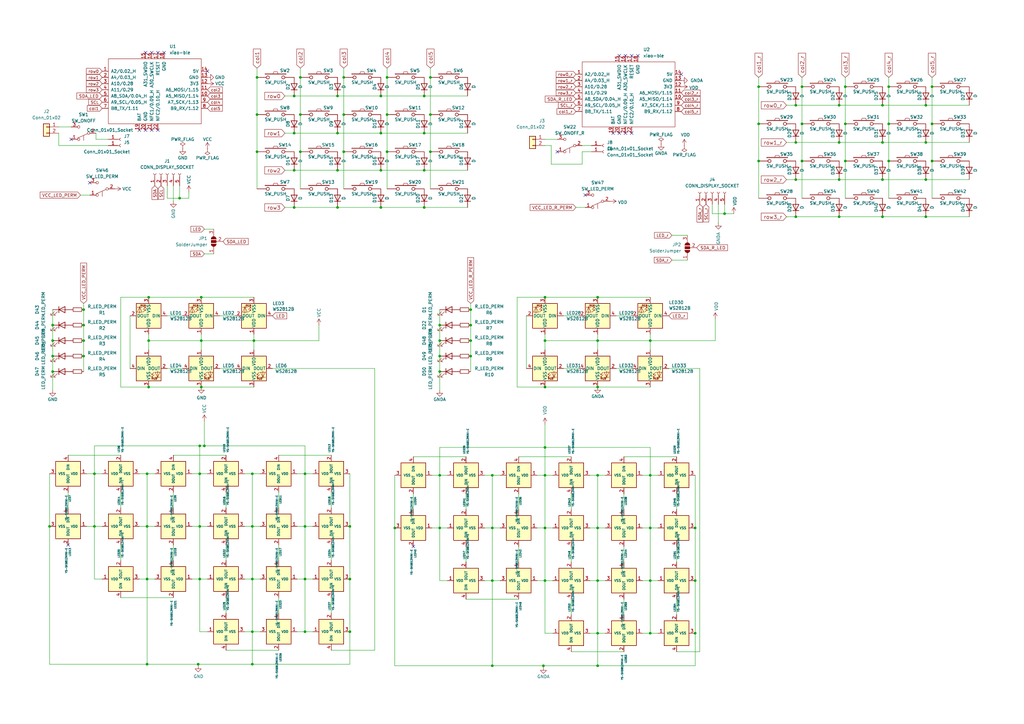
<source format=kicad_sch>
(kicad_sch (version 20230121) (generator eeschema)
  (paper "A3")
  (title_block (title "PandaWings") (date "2024-01-13") (rev "1.0") (company "IndiePandaaaaa") (comment 1 "forked from foostan/crkbd"))
  (junction (at 138.43 39.37))
  (junction (at 223.52 238.125))
  (junction (at 123.19 46.99))
  (junction (at 180.34 216.535))
  (junction (at 361.95 58.42))
  (junction (at 21.59 146.05))
  (junction (at 60.325 272.415))
  (junction (at 156.21 69.85))
  (junction (at 125.095 259.08))
  (junction (at 103.505 194.31))
  (junction (at 245.11 273.05))
  (junction (at 161.925 216.535))
  (junction (at 344.17 73.66))
  (junction (at 158.75 62.23))
  (junction (at 103.505 237.49))
  (junction (at 180.34 194.945))
  (junction (at 311.15 66.04))
  (junction (at 245.11 121.92))
  (junction (at 223.52 216.535))
  (junction (at 326.39 73.66))
  (junction (at 379.73 58.42))
  (junction (at 173.99 54.61))
  (junction (at 173.99 39.37))
  (junction (at 82.55 158.75))
  (junction (at 138.43 85.09))
  (junction (at 266.7 238.125))
  (junction (at 180.34 139.7))
  (junction (at 328.93 50.8))
  (junction (at 34.29 127))
  (junction (at 245.11 158.75))
  (junction (at 328.93 66.04))
  (junction (at 382.27 66.04))
  (junction (at 60.325 194.31))
  (junction (at 81.915 182.88))
  (junction (at 81.915 215.9))
  (junction (at 201.93 216.535))
  (junction (at 223.52 139.7))
  (junction (at 82.55 139.7))
  (junction (at 245.11 216.535))
  (junction (at 34.29 146.05))
  (junction (at 311.15 50.8))
  (junction (at 193.04 127))
  (junction (at 21.59 139.7))
  (junction (at 344.17 88.9))
  (junction (at 138.43 69.85))
  (junction (at 34.29 133.35))
  (junction (at 173.99 69.85))
  (junction (at 379.73 43.18))
  (junction (at 105.41 46.99))
  (junction (at 81.28 272.415))
  (junction (at 120.65 85.09))
  (junction (at 346.71 35.56))
  (junction (at 125.095 194.31))
  (junction (at 156.21 39.37))
  (junction (at 245.11 238.125))
  (junction (at 176.53 31.75))
  (junction (at 266.7 139.7))
  (junction (at 193.04 139.7))
  (junction (at 20.32 215.9))
  (junction (at 38.735 194.31))
  (junction (at 361.95 73.66))
  (junction (at 346.71 66.04))
  (junction (at 311.15 35.56))
  (junction (at 60.325 237.49))
  (junction (at 156.21 85.09))
  (junction (at 361.95 88.9))
  (junction (at 123.19 62.23))
  (junction (at 156.21 54.61))
  (junction (at 125.095 237.49))
  (junction (at 364.49 66.04))
  (junction (at 326.39 88.9))
  (junction (at 140.97 46.99))
  (junction (at 140.97 31.75))
  (junction (at 297.18 87.63))
  (junction (at 34.29 139.7))
  (junction (at 379.73 88.9))
  (junction (at 193.04 133.35))
  (junction (at 326.39 43.18))
  (junction (at 285.115 238.125))
  (junction (at 73.66 81.28))
  (junction (at 180.34 152.4))
  (junction (at 140.97 62.23))
  (junction (at 201.93 273.05))
  (junction (at 81.915 237.49))
  (junction (at 266.7 194.945))
  (junction (at 21.59 133.35))
  (junction (at 82.55 121.92))
  (junction (at 158.75 31.75))
  (junction (at 245.11 194.945))
  (junction (at 364.49 50.8))
  (junction (at 176.53 46.99))
  (junction (at 105.41 31.75))
  (junction (at 143.51 237.49))
  (junction (at 266.7 216.535))
  (junction (at 38.735 215.9))
  (junction (at 285.115 259.715))
  (junction (at 223.52 121.92))
  (junction (at 326.39 58.42))
  (junction (at 123.19 31.75))
  (junction (at 81.915 194.31))
  (junction (at 193.04 146.05))
  (junction (at 21.59 152.4))
  (junction (at 180.34 133.35))
  (junction (at 173.99 85.09))
  (junction (at 120.65 54.61))
  (junction (at 223.52 183.515))
  (junction (at 125.095 215.9))
  (junction (at 104.14 139.7))
  (junction (at 344.17 58.42))
  (junction (at 344.17 43.18))
  (junction (at 382.27 35.56))
  (junction (at 103.505 259.08))
  (junction (at 103.505 215.9))
  (junction (at 60.325 215.9))
  (junction (at 60.96 121.92))
  (junction (at 379.73 73.66))
  (junction (at 103.505 272.415))
  (junction (at 223.52 194.945))
  (junction (at 245.11 139.7))
  (junction (at 364.49 35.56))
  (junction (at 285.115 216.535))
  (junction (at 60.96 158.75))
  (junction (at 83.82 182.88))
  (junction (at 201.93 238.125))
  (junction (at 138.43 54.61))
  (junction (at 346.71 50.8))
  (junction (at 222.885 273.05))
  (junction (at 60.96 139.7))
  (junction (at 180.34 146.05))
  (junction (at 201.93 194.945))
  (junction (at 328.93 35.56))
  (junction (at 143.51 259.08))
  (junction (at 158.75 46.99))
  (junction (at 105.41 62.23))
  (junction (at 120.65 69.85))
  (junction (at 176.53 62.23))
  (junction (at 223.52 158.75))
  (junction (at 266.7 259.715))
  (junction (at 120.65 39.37))
  (junction (at 143.51 215.9))
  (junction (at 361.95 43.18))
  (junction (at 245.11 259.715))
  (junction (at 382.27 50.8))
  (no_connect (at 169.545 224.155))
  (no_connect (at 64.77 21.59))
  (no_connect (at 36.83 74.93))
  (no_connect (at 261.62 22.86))
  (no_connect (at 240.03 80.01))
  (no_connect (at 64.77 53.34))
  (no_connect (at 62.23 53.34))
  (no_connect (at 59.69 21.59))
  (no_connect (at 254 22.86))
  (no_connect (at 259.08 54.61))
  (no_connect (at 57.15 53.34))
  (no_connect (at 59.69 53.34))
  (no_connect (at 259.08 22.86))
  (no_connect (at 279.4 30.48))
  (no_connect (at 254 54.61))
  (no_connect (at 27.94 223.52))
  (no_connect (at 251.46 54.61))
  (no_connect (at 256.54 54.61))
  (no_connect (at 228.6 62.23))
  (no_connect (at 29.21 57.15))
  (no_connect (at 85.09 29.21))
  (no_connect (at 62.23 21.59))
  (no_connect (at 256.54 22.86))
  (no_connect (at 67.31 21.59))
  (wire (pts (xy 241.935 194.945) (xy 245.11 194.945)))
  (wire (pts (xy 311.15 50.8) (xy 311.15 66.04)))
  (wire (pts (xy 24.13 54.61) (xy 24.13 59.69)))
  (wire (pts (xy 92.71 229.87) (xy 92.71 223.52)))
  (wire (pts (xy 234.315 208.915) (xy 234.315 202.565)))
  (wire (pts (xy 223.52 139.7) (xy 245.11 139.7)))
  (wire (pts (xy 161.925 194.945) (xy 161.925 216.535)))
  (wire (pts (xy 38.735 237.49) (xy 38.735 215.9)))
  (wire (pts (xy 173.99 54.61) (xy 191.77 54.61)))
  (wire (pts (xy 266.7 238.125) (xy 269.875 238.125)))
  (wire (pts (xy 255.905 224.155) (xy 255.905 230.505)))
  (wire (pts (xy 238.76 62.23) (xy 242.57 62.23)))
  (wire (pts (xy 263.525 238.125) (xy 266.7 238.125)))
  (wire (pts (xy 77.47 81.28) (xy 77.47 78.74)))
  (wire (pts (xy 71.12 245.11) (xy 49.53 245.11)))
  (wire (pts (xy 223.52 216.535) (xy 226.695 216.535)))
  (wire (pts (xy 241.935 238.125) (xy 245.11 238.125)))
  (wire (pts (xy 143.51 259.08) (xy 143.51 272.415)))
  (wire (pts (xy 245.11 158.75) (xy 266.7 158.75)))
  (wire (pts (xy 158.75 62.23) (xy 158.75 77.47)))
  (wire (pts (xy 180.34 139.7) (xy 180.34 146.05)))
  (wire (pts (xy 128.27 259.08) (xy 125.095 259.08)))
  (wire (pts (xy 21.59 127) (xy 21.59 133.35)))
  (wire (pts (xy 287.02 151.13) (xy 274.32 151.13)))
  (wire (pts (xy 111.76 151.13) (xy 153.67 151.13)))
  (wire (pts (xy 158.75 31.75) (xy 158.75 46.99)))
  (wire (pts (xy 293.37 139.7) (xy 293.37 130.81)))
  (wire (pts (xy 125.095 237.49) (xy 125.095 215.9)))
  (wire (pts (xy 71.12 208.28) (xy 71.12 201.93)))
  (wire (pts (xy 379.73 58.42) (xy 397.51 58.42)))
  (wire (pts (xy 177.165 216.535) (xy 180.34 216.535)))
  (wire (pts (xy 173.99 85.09) (xy 191.77 85.09)))
  (wire (pts (xy 81.915 237.49) (xy 81.915 259.08)))
  (wire (pts (xy 223.52 121.92) (xy 212.09 121.92)))
  (wire (pts (xy 245.11 139.7) (xy 245.11 143.51)))
  (wire (pts (xy 285.115 273.05) (xy 245.11 273.05)))
  (wire (pts (xy 116.84 54.61) (xy 120.65 54.61)))
  (wire (pts (xy 60.96 158.75) (xy 82.55 158.75)))
  (wire (pts (xy 34.29 146.05) (xy 34.29 152.4)))
  (wire (pts (xy 49.53 208.28) (xy 49.53 201.93)))
  (wire (pts (xy 120.65 69.85) (xy 138.43 69.85)))
  (wire (pts (xy 92.71 251.46) (xy 92.71 245.11)))
  (wire (pts (xy 116.84 69.85) (xy 120.65 69.85)))
  (wire (pts (xy 100.33 215.9) (xy 103.505 215.9)))
  (wire (pts (xy 180.34 216.535) (xy 180.34 194.945)))
  (wire (pts (xy 379.73 88.9) (xy 397.51 88.9)))
  (wire (pts (xy 183.515 238.125) (xy 180.34 238.125)))
  (wire (pts (xy 223.52 194.945) (xy 226.695 194.945)))
  (wire (pts (xy 125.095 194.31) (xy 121.92 194.31)))
  (wire (pts (xy 114.3 223.52) (xy 114.3 229.87)))
  (wire (pts (xy 294.64 91.44) (xy 294.64 83.82)))
  (wire (pts (xy 220.345 216.535) (xy 223.52 216.535)))
  (wire (pts (xy 143.51 272.415) (xy 103.505 272.415)))
  (wire (pts (xy 382.27 66.04) (xy 382.27 81.28)))
  (wire (pts (xy 263.525 216.535) (xy 266.7 216.535)))
  (wire (pts (xy 245.11 238.125) (xy 248.285 238.125)))
  (wire (pts (xy 125.095 194.31) (xy 125.095 215.9)))
  (wire (pts (xy 277.495 224.155) (xy 277.495 230.505)))
  (wire (pts (xy 269.875 259.715) (xy 266.7 259.715)))
  (wire (pts (xy 125.095 259.08) (xy 125.095 237.49)))
  (wire (pts (xy 38.735 194.31) (xy 41.91 194.31)))
  (wire (pts (xy 20.32 215.9) (xy 20.32 272.415)))
  (wire (pts (xy 140.97 62.23) (xy 140.97 77.47)))
  (wire (pts (xy 241.935 216.535) (xy 245.11 216.535)))
  (wire (pts (xy 21.59 146.05) (xy 21.59 152.4)))
  (wire (pts (xy 193.04 146.05) (xy 193.04 152.4)))
  (wire (pts (xy 191.135 230.505) (xy 191.135 224.155)))
  (wire (pts (xy 234.315 230.505) (xy 234.315 224.155)))
  (wire (pts (xy 81.915 237.49) (xy 85.09 237.49)))
  (wire (pts (xy 180.34 127) (xy 180.34 133.35)))
  (wire (pts (xy 106.68 259.08) (xy 103.505 259.08)))
  (wire (pts (xy 198.755 216.535) (xy 201.93 216.535)))
  (wire (pts (xy 328.93 31.75) (xy 328.93 35.56)))
  (wire (pts (xy 379.73 43.18) (xy 397.51 43.18)))
  (wire (pts (xy 123.19 31.75) (xy 123.19 46.99)))
  (wire (pts (xy 116.84 39.37) (xy 120.65 39.37)))
  (wire (pts (xy 173.99 69.85) (xy 191.77 69.85)))
  (wire (pts (xy 223.52 183.515) (xy 180.34 183.515)))
  (wire (pts (xy 128.27 194.31) (xy 125.095 194.31)))
  (wire (pts (xy 266.7 194.945) (xy 263.525 194.945)))
  (wire (pts (xy 60.96 121.92) (xy 49.53 121.92)))
  (wire (pts (xy 201.93 273.05) (xy 222.885 273.05)))
  (wire (pts (xy 193.04 139.7) (xy 193.04 146.05)))
  (wire (pts (xy 120.65 54.61) (xy 138.43 54.61)))
  (wire (pts (xy 92.71 186.69) (xy 71.12 186.69)))
  (wire (pts (xy 176.53 46.99) (xy 176.53 62.23)))
  (wire (pts (xy 234.315 187.325) (xy 212.725 187.325)))
  (wire (pts (xy 238.76 67.31) (xy 238.76 62.23)))
  (wire (pts (xy 245.11 121.92) (xy 223.52 121.92)))
  (wire (pts (xy 130.81 133.35) (xy 130.81 139.7)))
  (wire (pts (xy 266.7 259.715) (xy 263.525 259.715)))
  (wire (pts (xy 223.52 238.125) (xy 226.695 238.125)))
  (wire (pts (xy 81.915 182.88) (xy 38.735 182.88)))
  (wire (pts (xy 212.725 245.745) (xy 191.135 245.745)))
  (wire (pts (xy 161.925 216.535) (xy 161.925 273.05)))
  (wire (pts (xy 259.08 129.54) (xy 252.73 129.54)))
  (wire (pts (xy 38.735 215.9) (xy 41.91 215.9)))
  (wire (pts (xy 277.495 245.745) (xy 277.495 252.095)))
  (wire (pts (xy 238.76 59.69) (xy 242.57 59.69)))
  (wire (pts (xy 245.11 216.535) (xy 248.285 216.535)))
  (wire (pts (xy 292.1 87.63) (xy 297.18 87.63)))
  (wire (pts (xy 153.67 266.7) (xy 135.89 266.7)))
  (wire (pts (xy 143.51 194.31) (xy 143.51 215.9)))
  (wire (pts (xy 123.19 62.23) (xy 123.19 77.47)))
  (wire (pts (xy 92.71 208.28) (xy 92.71 201.93)))
  (wire (pts (xy 60.325 272.415) (xy 81.28 272.415)))
  (wire (pts (xy 143.51 215.9) (xy 143.51 237.49)))
  (wire (pts (xy 344.17 43.18) (xy 361.95 43.18)))
  (wire (pts (xy 49.53 121.92) (xy 49.53 158.75)))
  (wire (pts (xy 180.34 194.945) (xy 180.34 183.515)))
  (wire (pts (xy 177.165 194.945) (xy 180.34 194.945)))
  (wire (pts (xy 361.95 73.66) (xy 379.73 73.66)))
  (wire (pts (xy 140.97 27.94) (xy 140.97 31.75)))
  (wire (pts (xy 81.915 215.9) (xy 81.915 194.31)))
  (wire (pts (xy 364.49 35.56) (xy 364.49 50.8)))
  (wire (pts (xy 116.84 85.09) (xy 120.65 85.09)))
  (wire (pts (xy 201.93 238.125) (xy 201.93 273.05)))
  (wire (pts (xy 105.41 46.99) (xy 105.41 62.23)))
  (wire (pts (xy 81.28 272.415) (xy 81.28 273.05)))
  (wire (pts (xy 81.915 194.31) (xy 81.915 182.88)))
  (wire (pts (xy 60.96 137.16) (xy 60.96 139.7)))
  (wire (pts (xy 104.14 137.16) (xy 104.14 139.7)))
  (wire (pts (xy 60.325 237.49) (xy 60.325 272.415)))
  (wire (pts (xy 326.39 73.66) (xy 344.17 73.66)))
  (wire (pts (xy 223.52 173.99) (xy 223.52 183.515)))
  (wire (pts (xy 220.345 194.945) (xy 223.52 194.945)))
  (wire (pts (xy 120.65 39.37) (xy 138.43 39.37)))
  (wire (pts (xy 223.52 59.69) (xy 226.06 59.69)))
  (wire (pts (xy 41.91 237.49) (xy 38.735 237.49)))
  (wire (pts (xy 156.21 39.37) (xy 173.99 39.37)))
  (wire (pts (xy 255.905 245.745) (xy 255.905 252.095)))
  (wire (pts (xy 180.34 133.35) (xy 180.34 139.7)))
  (wire (pts (xy 201.93 216.535) (xy 205.105 216.535)))
  (wire (pts (xy 328.93 66.04) (xy 328.93 81.28)))
  (wire (pts (xy 193.04 127) (xy 193.04 133.35)))
  (wire (pts (xy 255.905 202.565) (xy 255.905 208.915)))
  (wire (pts (xy 275.59 96.52) (xy 281.94 96.52)))
  (wire (pts (xy 346.71 31.75) (xy 346.71 35.56)))
  (wire (pts (xy 297.18 87.63) (xy 297.18 83.82)))
  (wire (pts (xy 328.93 50.8) (xy 328.93 66.04)))
  (wire (pts (xy 121.92 237.49) (xy 125.095 237.49)))
  (wire (pts (xy 322.58 43.18) (xy 326.39 43.18)))
  (wire (pts (xy 311.15 31.75) (xy 311.15 35.56)))
  (wire (pts (xy 20.32 194.31) (xy 20.32 215.9)))
  (wire (pts (xy 245.11 216.535) (xy 245.11 238.125)))
  (wire (pts (xy 135.89 186.69) (xy 114.3 186.69)))
  (wire (pts (xy 83.82 172.72) (xy 83.82 182.88)))
  (wire (pts (xy 49.53 158.75) (xy 60.96 158.75)))
  (wire (pts (xy 153.67 151.13) (xy 153.67 266.7)))
  (wire (pts (xy 135.89 245.11) (xy 135.89 251.46)))
  (wire (pts (xy 180.34 216.535) (xy 183.515 216.535)))
  (wire (pts (xy 24.13 59.69) (xy 44.45 59.69)))
  (wire (pts (xy 180.34 194.945) (xy 183.515 194.945)))
  (wire (pts (xy 287.02 267.335) (xy 277.495 267.335)))
  (wire (pts (xy 201.93 238.125) (xy 205.105 238.125)))
  (wire (pts (xy 125.095 259.08) (xy 121.92 259.08)))
  (wire (pts (xy 346.71 66.04) (xy 346.71 81.28)))
  (wire (pts (xy 191.135 187.325) (xy 169.545 187.325)))
  (wire (pts (xy 35.56 194.31) (xy 38.735 194.31)))
  (wire (pts (xy 285.115 259.715) (xy 285.115 273.05)))
  (wire (pts (xy 81.28 272.415) (xy 103.505 272.415)))
  (wire (pts (xy 125.095 182.88) (xy 125.095 194.31)))
  (wire (pts (xy 60.96 139.7) (xy 60.96 143.51)))
  (wire (pts (xy 237.49 129.54) (xy 231.14 129.54)))
  (wire (pts (xy 222.885 273.05) (xy 245.11 273.05)))
  (wire (pts (xy 35.56 215.9) (xy 38.735 215.9)))
  (wire (pts (xy 104.14 139.7) (xy 104.14 143.51)))
  (wire (pts (xy 223.52 194.945) (xy 223.52 183.515)))
  (wire (pts (xy 83.82 104.14) (xy 87.63 104.14)))
  (wire (pts (xy 180.34 146.05) (xy 180.34 152.4)))
  (wire (pts (xy 34.29 139.7) (xy 34.29 146.05)))
  (wire (pts (xy 311.15 66.04) (xy 311.15 81.28)))
  (wire (pts (xy 300.99 87.63) (xy 297.18 87.63)))
  (wire (pts (xy 156.21 85.09) (xy 173.99 85.09)))
  (wire (pts (xy 223.52 238.125) (xy 223.52 216.535)))
  (wire (pts (xy 322.58 73.66) (xy 326.39 73.66)))
  (wire (pts (xy 77.47 81.28) (xy 73.66 81.28)))
  (wire (pts (xy 173.99 39.37) (xy 191.77 39.37)))
  (wire (pts (xy 57.15 215.9) (xy 60.325 215.9)))
  (wire (pts (xy 114.3 245.11) (xy 114.3 251.46)))
  (wire (pts (xy 201.93 216.535) (xy 201.93 238.125)))
  (wire (pts (xy 236.22 85.09) (xy 240.03 85.09)))
  (wire (pts (xy 223.52 139.7) (xy 223.52 143.51)))
  (wire (pts (xy 74.93 129.54) (xy 68.58 129.54)))
  (wire (pts (xy 140.97 31.75) (xy 140.97 46.99)))
  (wire (pts (xy 361.95 58.42) (xy 379.73 58.42)))
  (wire (pts (xy 191.135 208.915) (xy 191.135 202.565)))
  (wire (pts (xy 57.15 194.31) (xy 60.325 194.31)))
  (wire (pts (xy 114.3 201.93) (xy 114.3 208.28)))
  (wire (pts (xy 344.17 88.9) (xy 361.95 88.9)))
  (wire (pts (xy 81.915 182.88) (xy 83.82 182.88)))
  (wire (pts (xy 326.39 58.42) (xy 344.17 58.42)))
  (wire (pts (xy 34.29 127) (xy 34.29 133.35)))
  (wire (pts (xy 245.11 259.715) (xy 245.11 273.05)))
  (wire (pts (xy 60.325 237.49) (xy 63.5 237.49)))
  (wire (pts (xy 71.12 82.55) (xy 71.12 76.2)))
  (wire (pts (xy 39.37 57.15) (xy 39.37 54.61)))
  (wire (pts (xy 277.495 202.565) (xy 277.495 208.915)))
  (wire (pts (xy 38.735 215.9) (xy 38.735 194.31)))
  (wire (pts (xy 104.14 121.92) (xy 82.55 121.92)))
  (wire (pts (xy 266.7 183.515) (xy 223.52 183.515)))
  (wire (pts (xy 198.755 238.125) (xy 201.93 238.125)))
  (wire (pts (xy 287.02 151.13) (xy 287.02 267.335)))
  (wire (pts (xy 245.11 259.715) (xy 241.935 259.715)))
  (wire (pts (xy 201.93 273.05) (xy 161.925 273.05)))
  (wire (pts (xy 34.29 133.35) (xy 34.29 139.7)))
  (wire (pts (xy 201.93 194.945) (xy 201.93 216.535)))
  (wire (pts (xy 205.105 194.945) (xy 201.93 194.945)))
  (wire (pts (xy 68.58 81.28) (xy 73.66 81.28)))
  (wire (pts (xy 60.96 139.7) (xy 82.55 139.7)))
  (wire (pts (xy 106.68 194.31) (xy 103.505 194.31)))
  (wire (pts (xy 81.915 259.08) (xy 85.09 259.08)))
  (wire (pts (xy 215.9 129.54) (xy 215.9 151.13)))
  (wire (pts (xy 193.04 133.35) (xy 193.04 139.7)))
  (wire (pts (xy 266.7 259.715) (xy 266.7 238.125)))
  (wire (pts (xy 266.7 121.92) (xy 245.11 121.92)))
  (wire (pts (xy 234.315 252.095) (xy 234.315 245.745)))
  (wire (pts (xy 44.45 57.15) (xy 39.37 57.15)))
  (wire (pts (xy 193.04 124.46) (xy 193.04 127)))
  (wire (pts (xy 83.82 93.98) (xy 87.63 93.98)))
  (wire (pts (xy 311.15 35.56) (xy 311.15 50.8)))
  (wire (pts (xy 223.52 238.125) (xy 223.52 259.715)))
  (wire (pts (xy 223.52 57.15) (xy 228.6 57.15)))
  (wire (pts (xy 364.49 66.04) (xy 364.49 81.28)))
  (wire (pts (xy 105.41 31.75) (xy 105.41 46.99)))
  (wire (pts (xy 361.95 43.18) (xy 379.73 43.18)))
  (wire (pts (xy 266.7 137.16) (xy 266.7 139.7)))
  (wire (pts (xy 103.505 259.08) (xy 103.505 272.415)))
  (wire (pts (xy 277.495 187.325) (xy 255.905 187.325)))
  (wire (pts (xy 266.7 183.515) (xy 266.7 194.945)))
  (wire (pts (xy 222.885 273.05) (xy 222.885 273.685)))
  (wire (pts (xy 103.505 194.31) (xy 103.505 215.9)))
  (wire (pts (xy 285.115 194.945) (xy 285.115 216.535)))
  (wire (pts (xy 63.5 194.31) (xy 60.325 194.31)))
  (wire (pts (xy 114.3 266.7) (xy 92.71 266.7)))
  (wire (pts (xy 82.55 139.7) (xy 82.55 143.51)))
  (wire (pts (xy 266.7 194.945) (xy 266.7 216.535)))
  (wire (pts (xy 125.095 215.9) (xy 128.27 215.9)))
  (wire (pts (xy 120.65 85.09) (xy 138.43 85.09)))
  (wire (pts (xy 105.41 27.94) (xy 105.41 31.75)))
  (wire (pts (xy 60.325 194.31) (xy 60.325 215.9)))
  (wire (pts (xy 81.915 237.49) (xy 81.915 215.9)))
  (wire (pts (xy 285.115 216.535) (xy 285.115 238.125)))
  (wire (pts (xy 382.27 31.75) (xy 382.27 35.56)))
  (wire (pts (xy 21.59 133.35) (xy 21.59 139.7)))
  (wire (pts (xy 49.53 229.87) (xy 49.53 223.52)))
  (wire (pts (xy 212.09 158.75) (xy 223.52 158.75)))
  (wire (pts (xy 292.1 83.82) (xy 292.1 87.63)))
  (wire (pts (xy 96.52 129.54) (xy 90.17 129.54)))
  (wire (pts (xy 361.95 88.9) (xy 379.73 88.9)))
  (wire (pts (xy 248.285 259.715) (xy 245.11 259.715)))
  (wire (pts (xy 237.49 151.13) (xy 231.14 151.13)))
  (wire (pts (xy 223.52 259.715) (xy 226.695 259.715)))
  (wire (pts (xy 24.13 52.07) (xy 29.21 52.07)))
  (wire (pts (xy 344.17 58.42) (xy 361.95 58.42)))
  (wire (pts (xy 212.725 224.155) (xy 212.725 230.505)))
  (wire (pts (xy 82.55 137.16) (xy 82.55 139.7)))
  (wire (pts (xy 123.19 46.99) (xy 123.19 62.23)))
  (wire (pts (xy 266.7 216.535) (xy 269.875 216.535)))
  (wire (pts (xy 103.505 259.08) (xy 100.33 259.08)))
  (wire (pts (xy 78.74 237.49) (xy 81.915 237.49)))
  (wire (pts (xy 60.325 272.415) (xy 20.32 272.415)))
  (wire (pts (xy 212.09 121.92) (xy 212.09 158.75)))
  (wire (pts (xy 33.02 80.01) (xy 36.83 80.01)))
  (wire (pts (xy 121.92 215.9) (xy 125.095 215.9)))
  (wire (pts (xy 100.33 237.49) (xy 103.505 237.49)))
  (wire (pts (xy 125.095 237.49) (xy 128.27 237.49)))
  (wire (pts (xy 138.43 39.37) (xy 156.21 39.37)))
  (wire (pts (xy 103.505 237.49) (xy 103.505 259.08)))
  (wire (pts (xy 78.74 194.31) (xy 81.915 194.31)))
  (wire (pts (xy 346.71 50.8) (xy 346.71 66.04)))
  (wire (pts (xy 82.55 139.7) (xy 104.14 139.7)))
  (wire (pts (xy 60.325 215.9) (xy 60.325 237.49)))
  (wire (pts (xy 169.545 202.565) (xy 169.545 208.915)))
  (wire (pts (xy 143.51 237.49) (xy 143.51 259.08)))
  (wire (pts (xy 71.12 223.52) (xy 71.12 229.87)))
  (wire (pts (xy 245.11 139.7) (xy 266.7 139.7)))
  (wire (pts (xy 382.27 50.8) (xy 382.27 66.04)))
  (wire (pts (xy 346.71 35.56) (xy 346.71 50.8)))
  (wire (pts (xy 27.94 201.93) (xy 27.94 208.28)))
  (wire (pts (xy 220.345 238.125) (xy 223.52 238.125)))
  (wire (pts (xy 90.17 151.13) (xy 96.52 151.13)))
  (wire (pts (xy 21.59 152.4) (xy 21.59 160.02)))
  (wire (pts (xy 198.755 194.945) (xy 201.93 194.945)))
  (wire (pts (xy 140.97 46.99) (xy 140.97 62.23)))
  (wire (pts (xy 135.89 223.52) (xy 135.89 229.87)))
  (wire (pts (xy 322.58 58.42) (xy 326.39 58.42)))
  (wire (pts (xy 223.52 216.535) (xy 223.52 194.945)))
  (wire (pts (xy 344.17 73.66) (xy 361.95 73.66)))
  (wire (pts (xy 255.905 267.335) (xy 234.315 267.335)))
  (wire (pts (xy 158.75 27.94) (xy 158.75 31.75)))
  (wire (pts (xy 104.14 139.7) (xy 130.81 139.7)))
  (wire (pts (xy 248.285 194.945) (xy 245.11 194.945)))
  (wire (pts (xy 275.59 106.68) (xy 281.94 106.68)))
  (wire (pts (xy 285.115 238.125) (xy 285.115 259.715)))
  (wire (pts (xy 382.27 35.56) (xy 382.27 50.8)))
  (wire (pts (xy 156.21 69.85) (xy 173.99 69.85)))
  (wire (pts (xy 226.06 59.69) (xy 226.06 67.31)))
  (wire (pts (xy 49.53 186.69) (xy 27.94 186.69)))
  (wire (pts (xy 223.52 137.16) (xy 223.52 139.7)))
  (wire (pts (xy 82.55 158.75) (xy 104.14 158.75)))
  (wire (pts (xy 364.49 50.8) (xy 364.49 66.04)))
  (wire (pts (xy 180.34 238.125) (xy 180.34 216.535)))
  (wire (pts (xy 34.29 124.46) (xy 34.29 127)))
  (wire (pts (xy 223.52 158.75) (xy 245.11 158.75)))
  (wire (pts (xy 138.43 85.09) (xy 156.21 85.09)))
  (wire (pts (xy 21.59 139.7) (xy 21.59 146.05)))
  (wire (pts (xy 138.43 69.85) (xy 156.21 69.85)))
  (wire (pts (xy 212.725 208.915) (xy 212.725 202.565)))
  (wire (pts (xy 180.34 152.4) (xy 180.34 160.02)))
  (wire (pts (xy 68.58 151.13) (xy 74.93 151.13)))
  (wire (pts (xy 105.41 62.23) (xy 105.41 77.47)))
  (wire (pts (xy 245.11 238.125) (xy 245.11 259.715)))
  (wire (pts (xy 326.39 88.9) (xy 344.17 88.9)))
  (wire (pts (xy 379.73 73.66) (xy 397.51 73.66)))
  (wire (pts (xy 364.49 31.75) (xy 364.49 35.56)))
  (wire (pts (xy 82.55 121.92) (xy 60.96 121.92)))
  (wire (pts (xy 103.505 215.9) (xy 103.505 237.49)))
  (wire (pts (xy 123.19 27.94) (xy 123.19 31.75)))
  (wire (pts (xy 38.735 194.31) (xy 38.735 182.88)))
  (wire (pts (xy 269.875 194.945) (xy 266.7 194.945)))
  (wire (pts (xy 266.7 139.7) (xy 266.7 143.51)))
  (wire (pts (xy 322.58 88.9) (xy 326.39 88.9)))
  (wire (pts (xy 103.505 215.9) (xy 106.68 215.9)))
  (wire (pts (xy 135.89 201.93) (xy 135.89 208.28)))
  (wire (pts (xy 226.06 67.31) (xy 238.76 67.31)))
  (wire (pts (xy 100.33 194.31) (xy 103.505 194.31)))
  (wire (pts (xy 176.53 31.75) (xy 176.53 46.99)))
  (wire (pts (xy 252.73 151.13) (xy 259.08 151.13)))
  (wire (pts (xy 73.66 81.28) (xy 73.66 76.2)))
  (wire (pts (xy 266.7 238.125) (xy 266.7 216.535)))
  (wire (pts (xy 81.915 194.31) (xy 85.09 194.31)))
  (wire (pts (xy 158.75 46.99) (xy 158.75 62.23)))
  (wire (pts (xy 57.15 237.49) (xy 60.325 237.49)))
  (wire (pts (xy 328.93 35.56) (xy 328.93 50.8)))
  (wire (pts (xy 103.505 237.49) (xy 106.68 237.49)))
  (wire (pts (xy 245.11 194.945) (xy 245.11 216.535)))
  (wire (pts (xy 83.82 182.88) (xy 125.095 182.88)))
  (wire (pts (xy 138.43 54.61) (xy 156.21 54.61)))
  (wire (pts (xy 245.11 137.16) (xy 245.11 139.7)))
  (wire (pts (xy 60.325 215.9) (xy 63.5 215.9)))
  (wire (pts (xy 156.21 54.61) (xy 173.99 54.61)))
  (wire (pts (xy 176.53 62.23) (xy 176.53 77.47)))
  (wire (pts (xy 81.915 215.9) (xy 85.09 215.9)))
  (wire (pts (xy 78.74 215.9) (xy 81.915 215.9)))
  (wire (pts (xy 68.58 81.28) (xy 68.58 76.2)))
  (wire (pts (xy 326.39 43.18) (xy 344.17 43.18)))
  (wire (pts (xy 53.34 129.54) (xy 53.34 151.13)))
  (wire (pts (xy 176.53 27.94) (xy 176.53 31.75)))
  (wire (pts (xy 266.7 139.7) (xy 293.37 139.7)))
  (global_label "row3_r" (shape input) (at 322.58 88.9 180) (effects (font (size 1.524 1.524))) (property "Intersheetrefs" "${INTERSHEET_REFS}" (effects hide)))
  (global_label "SDA_R_LED" (shape input) (at 236.22 40.64 180) (property "Intersheetrefs" "${INTERSHEET_REFS}" (effects hide)))
  (global_label "col5_r" (shape input) (at 279.4 45.72 0) (effects (font (size 1.1938 1.1938))) (property "Intersheetrefs" "${INTERSHEET_REFS}" (effects hide)))
  (global_label "SCL_r" (shape input) (at 289.56 83.82 270) (effects (font (size 1.1938 1.1938))) (property "Intersheetrefs" "${INTERSHEET_REFS}" (effects hide)))
  (global_label "SDA_LED" (shape input) (at 91.44 99.06 0) (property "Intersheetrefs" "${INTERSHEET_REFS}" (effects hide)))
  (global_label "col5" (shape input) (at 85.09 44.45 0) (effects (font (size 1.1938 1.1938))) (property "Intersheetrefs" "${INTERSHEET_REFS}" (effects hide)))
  (global_label "VCC_LED_PERM" (shape input) (at 34.29 124.46 90) (property "Intersheetrefs" "${INTERSHEET_REFS}" (effects hide)))
  (global_label "col1" (shape input) (at 105.41 27.94 90) (effects (font (size 1.524 1.524))) (property "Intersheetrefs" "${INTERSHEET_REFS}" (effects hide)))
  (global_label "row0" (shape input) (at 116.84 39.37 180) (effects (font (size 1.524 1.524))) (property "Intersheetrefs" "${INTERSHEET_REFS}" (effects hide)))
  (global_label "col2_r" (shape input) (at 279.4 38.1 0) (effects (font (size 1.1938 1.1938))) (property "Intersheetrefs" "${INTERSHEET_REFS}" (effects hide)))
  (global_label "col4" (shape input) (at 85.09 41.91 0) (effects (font (size 1.1938 1.1938))) (property "Intersheetrefs" "${INTERSHEET_REFS}" (effects hide)))
  (global_label "row2" (shape input) (at 41.91 34.29 180) (effects (font (size 1.1938 1.1938))) (property "Intersheetrefs" "${INTERSHEET_REFS}" (effects hide)))
  (global_label "VCC_LED_R_PERM" (shape input) (at 236.22 85.09 180) (property "Intersheetrefs" "${INTERSHEET_REFS}" (effects hide)))
  (global_label "row1_r" (shape input) (at 322.58 58.42 180) (effects (font (size 1.524 1.524))) (property "Intersheetrefs" "${INTERSHEET_REFS}" (effects hide)))
  (global_label "row2" (shape input) (at 116.84 69.85 180) (effects (font (size 1.524 1.524))) (property "Intersheetrefs" "${INTERSHEET_REFS}" (effects hide)))
  (global_label "LED_r" (shape input) (at 274.32 129.54 0) (property "Intersheetrefs" "${INTERSHEET_REFS}" (effects hide)))
  (global_label "row0" (shape input) (at 41.91 29.21 180) (effects (font (size 1.1938 1.1938))) (property "Intersheetrefs" "${INTERSHEET_REFS}" (effects hide)))
  (global_label "SCL" (shape input) (at 66.04 76.2 270) (effects (font (size 1.1938 1.1938))) (property "Intersheetrefs" "${INTERSHEET_REFS}" (effects hide)))
  (global_label "VCC_LED_R_PERM" (shape input) (at 193.04 124.46 90) (property "Intersheetrefs" "${INTERSHEET_REFS}" (effects hide)))
  (global_label "row1" (shape input) (at 116.84 54.61 180) (effects (font (size 1.524 1.524))) (property "Intersheetrefs" "${INTERSHEET_REFS}" (effects hide)))
  (global_label "SDA" (shape input) (at 63.5 76.2 270) (effects (font (size 1.1938 1.1938))) (property "Intersheetrefs" "${INTERSHEET_REFS}" (effects hide)))
  (global_label "col3_r" (shape input) (at 279.4 40.64 0) (effects (font (size 1.1938 1.1938))) (property "Intersheetrefs" "${INTERSHEET_REFS}" (effects hide)))
  (global_label "SDA_R_LED" (shape input) (at 285.75 101.6 0) (property "Intersheetrefs" "${INTERSHEET_REFS}" (effects hide)))
  (global_label "col1" (shape input) (at 41.91 44.45 180) (effects (font (size 1.1938 1.1938))) (property "Intersheetrefs" "${INTERSHEET_REFS}" (effects hide)))
  (global_label "col2" (shape input) (at 123.19 27.94 90) (effects (font (size 1.524 1.524))) (property "Intersheetrefs" "${INTERSHEET_REFS}" (effects hide)))
  (global_label "SCL_r" (shape input) (at 236.22 43.18 180) (effects (font (size 1.1938 1.1938))) (property "Intersheetrefs" "${INTERSHEET_REFS}" (effects hide)))
  (global_label "SCL" (shape input) (at 41.91 41.91 180) (effects (font (size 1.1938 1.1938))) (property "Intersheetrefs" "${INTERSHEET_REFS}" (effects hide)))
  (global_label "row1_r" (shape input) (at 236.22 33.02 180) (effects (font (size 1.1938 1.1938))) (property "Intersheetrefs" "${INTERSHEET_REFS}" (effects hide)))
  (global_label "row0_r" (shape input) (at 322.58 43.18 180) (effects (font (size 1.524 1.524))) (property "Intersheetrefs" "${INTERSHEET_REFS}" (effects hide)))
  (global_label "col4_r" (shape input) (at 279.4 43.18 0) (effects (font (size 1.1938 1.1938))) (property "Intersheetrefs" "${INTERSHEET_REFS}" (effects hide)))
  (global_label "col5_r" (shape input) (at 382.27 31.75 90) (effects (font (size 1.524 1.524))) (property "Intersheetrefs" "${INTERSHEET_REFS}" (effects hide)))
  (global_label "col5" (shape input) (at 176.53 27.94 90) (effects (font (size 1.524 1.524))) (property "Intersheetrefs" "${INTERSHEET_REFS}" (effects hide)))
  (global_label "col1_r" (shape input) (at 236.22 45.72 180) (effects (font (size 1.1938 1.1938))) (property "Intersheetrefs" "${INTERSHEET_REFS}" (effects hide)))
  (global_label "SDA_r" (shape input) (at 275.59 106.68 180) (effects (font (size 1.1938 1.1938))) (property "Intersheetrefs" "${INTERSHEET_REFS}" (effects hide)))
  (global_label "row3_r" (shape input) (at 236.22 38.1 180) (effects (font (size 1.1938 1.1938))) (property "Intersheetrefs" "${INTERSHEET_REFS}" (effects hide)))
  (global_label "row3" (shape input) (at 116.84 85.09 180) (effects (font (size 1.524 1.524))) (property "Intersheetrefs" "${INTERSHEET_REFS}" (effects hide)))
  (global_label "row0_r" (shape input) (at 236.22 30.48 180) (effects (font (size 1.1938 1.1938))) (property "Intersheetrefs" "${INTERSHEET_REFS}" (effects hide)))
  (global_label "row3" (shape input) (at 41.91 36.83 180) (effects (font (size 1.1938 1.1938))) (property "Intersheetrefs" "${INTERSHEET_REFS}" (effects hide)))
  (global_label "col4" (shape input) (at 158.75 27.94 90) (effects (font (size 1.524 1.524))) (property "Intersheetrefs" "${INTERSHEET_REFS}" (effects hide)))
  (global_label "LED" (shape input) (at 83.82 93.98 180) (effects (font (size 1.1938 1.1938))) (property "Intersheetrefs" "${INTERSHEET_REFS}" (effects hide)))
  (global_label "col4_r" (shape input) (at 364.49 31.75 90) (effects (font (size 1.524 1.524))) (property "Intersheetrefs" "${INTERSHEET_REFS}" (effects hide)))
  (global_label "col3" (shape input) (at 85.09 39.37 0) (effects (font (size 1.1938 1.1938))) (property "Intersheetrefs" "${INTERSHEET_REFS}" (effects hide)))
  (global_label "col1_r" (shape input) (at 311.15 31.75 90) (effects (font (size 1.524 1.524))) (property "Intersheetrefs" "${INTERSHEET_REFS}" (effects hide)))
  (global_label "row2_r" (shape input) (at 322.58 73.66 180) (effects (font (size 1.524 1.524))) (property "Intersheetrefs" "${INTERSHEET_REFS}" (effects hide)))
  (global_label "SDA" (shape input) (at 83.82 104.14 180) (effects (font (size 1.1938 1.1938))) (property "Intersheetrefs" "${INTERSHEET_REFS}" (effects hide)))
  (global_label "row1" (shape input) (at 41.91 31.75 180) (effects (font (size 1.1938 1.1938))) (property "Intersheetrefs" "${INTERSHEET_REFS}" (effects hide)))
  (global_label "VCC_LED_PERM" (shape input) (at 33.02 80.01 180) (property "Intersheetrefs" "${INTERSHEET_REFS}" (effects hide)))
  (global_label "LED_r" (shape input) (at 275.59 96.52 180) (effects (font (size 1.1938 1.1938))) (property "Intersheetrefs" "${INTERSHEET_REFS}" (effects hide)))
  (global_label "row2_r" (shape input) (at 236.22 35.56 180) (effects (font (size 1.1938 1.1938))) (property "Intersheetrefs" "${INTERSHEET_REFS}" (effects hide)))
  (global_label "col2_r" (shape input) (at 328.93 31.75 90) (effects (font (size 1.524 1.524))) (property "Intersheetrefs" "${INTERSHEET_REFS}" (effects hide)))
  (global_label "col3_r" (shape input) (at 346.71 31.75 90) (effects (font (size 1.524 1.524))) (property "Intersheetrefs" "${INTERSHEET_REFS}" (effects hide)))
  (global_label "col2" (shape input) (at 85.09 36.83 0) (effects (font (size 1.1938 1.1938))) (property "Intersheetrefs" "${INTERSHEET_REFS}" (effects hide)))
  (global_label "SDA_r" (shape input) (at 287.02 83.82 270) (effects (font (size 1.1938 1.1938))) (property "Intersheetrefs" "${INTERSHEET_REFS}" (effects hide)))
  (global_label "LED" (shape input) (at 111.76 129.54 0) (property "Intersheetrefs" "${INTERSHEET_REFS}" (effects hide)))
  (global_label "col3" (shape input) (at 140.97 27.94 90) (effects (font (size 1.524 1.524))) (property "Intersheetrefs" "${INTERSHEET_REFS}" (effects hide)))
  (global_label "SDA_LED" (shape input) (at 41.91 39.37 180) (property "Intersheetrefs" "${INTERSHEET_REFS}" (effects hide)))
  (symbol (lib_id "kbd:SW_PUSH") (at 113.03 31.75 0) (unit 1)
    (property "Reference" "SW2" (at 116.84 28.956 0))
    (property "Value" "SW_PUSH" (at 113.03 33.782 0))
    (property "Footprint" "kbd:CherryMX_Hotswap" (effects hide))
  )
  (symbol (lib_id "Device:D") (at 120.65 35.56 90) (unit 1)
    (property "Reference" "D2" (at 118.11 35.56 0))
    (property "Value" "D" (at 123.19 35.56 0))
    (property "Footprint" "kbd:D3_SMD_v2" (effects hide))
  )
  (symbol (lib_id "kbd:SW_PUSH") (at 130.81 31.75 0) (unit 1)
    (property "Reference" "SW3" (at 134.62 28.956 0))
    (property "Value" "SW_PUSH" (at 130.81 33.782 0))
    (property "Footprint" "kbd:CherryMX_Hotswap" (effects hide))
  )
  (symbol (lib_id "Device:D") (at 138.43 35.56 90) (unit 1)
    (property "Reference" "D3" (at 135.89 35.56 0))
    (property "Value" "D" (at 140.97 35.56 0))
    (property "Footprint" "kbd:D3_SMD_v2" (effects hide))
  )
  (symbol (lib_id "kbd:SW_PUSH") (at 148.59 31.75 0) (unit 1)
    (property "Reference" "SW4" (at 152.4 28.956 0))
    (property "Value" "SW_PUSH" (at 148.59 33.782 0))
    (property "Footprint" "kbd:CherryMX_Hotswap" (effects hide))
  )
  (symbol (lib_id "kbd:SW_PUSH") (at 166.37 31.75 0) (unit 1)
    (property "Reference" "SW5" (at 170.18 28.956 0))
    (property "Value" "SW_PUSH" (at 166.37 33.782 0))
    (property "Footprint" "kbd:CherryMX_Hotswap" (effects hide))
  )
  (symbol (lib_id "kbd:SW_PUSH") (at 184.15 31.75 0) (unit 1)
    (property "Reference" "SW6" (at 187.96 28.956 0))
    (property "Value" "SW_PUSH" (at 184.15 33.782 0))
    (property "Footprint" "kbd:CherryMX_Hotswap" (effects hide))
  )
  (symbol (lib_id "Device:D") (at 156.21 35.56 90) (unit 1)
    (property "Reference" "D4" (at 153.67 35.56 0))
    (property "Value" "D" (at 158.75 35.56 0))
    (property "Footprint" "kbd:D3_SMD_v2" (effects hide))
  )
  (symbol (lib_id "Device:D") (at 173.99 35.56 90) (unit 1)
    (property "Reference" "D5" (at 171.45 35.56 0))
    (property "Value" "D" (at 176.53 35.56 0))
    (property "Footprint" "kbd:D3_SMD_v2" (effects hide))
  )
  (symbol (lib_id "Device:D") (at 191.77 35.56 90) (unit 1)
    (property "Reference" "D6" (at 189.23 35.56 0))
    (property "Value" "D" (at 194.31 35.56 0))
    (property "Footprint" "kbd:D3_SMD_v2" (effects hide))
  )
  (symbol (lib_id "kbd:SW_PUSH") (at 113.03 46.99 0) (unit 1)
    (property "Reference" "SW8" (at 116.84 44.196 0))
    (property "Value" "SW_PUSH" (at 113.03 49.022 0))
    (property "Footprint" "kbd:CherryMX_Hotswap" (effects hide))
  )
  (symbol (lib_id "Device:D") (at 120.65 50.8 90) (unit 1)
    (property "Reference" "D8" (at 118.11 50.8 0))
    (property "Value" "D" (at 123.19 50.8 0))
    (property "Footprint" "kbd:D3_SMD_v2" (effects hide))
  )
  (symbol (lib_id "kbd:SW_PUSH") (at 130.81 46.99 0) (unit 1)
    (property "Reference" "SW9" (at 134.62 44.196 0))
    (property "Value" "SW_PUSH" (at 130.81 49.022 0))
    (property "Footprint" "kbd:CherryMX_Hotswap" (effects hide))
  )
  (symbol (lib_id "Device:D") (at 138.43 50.8 90) (unit 1)
    (property "Reference" "D9" (at 135.89 50.8 0))
    (property "Value" "D" (at 140.97 50.8 0))
    (property "Footprint" "kbd:D3_SMD_v2" (effects hide))
  )
  (symbol (lib_id "kbd:SW_PUSH") (at 148.59 46.99 0) (unit 1)
    (property "Reference" "SW10" (at 152.4 44.196 0))
    (property "Value" "SW_PUSH" (at 148.59 49.022 0))
    (property "Footprint" "kbd:CherryMX_Hotswap" (effects hide))
  )
  (symbol (lib_id "kbd:SW_PUSH") (at 166.37 46.99 0) (unit 1)
    (property "Reference" "SW11" (at 170.18 44.196 0))
    (property "Value" "SW_PUSH" (at 166.37 49.022 0))
    (property "Footprint" "kbd:CherryMX_Hotswap" (effects hide))
  )
  (symbol (lib_id "kbd:SW_PUSH") (at 184.15 46.99 0) (unit 1)
    (property "Reference" "SW12" (at 187.96 44.196 0))
    (property "Value" "SW_PUSH" (at 184.15 49.022 0))
    (property "Footprint" "kbd:CherryMX_Hotswap" (effects hide))
  )
  (symbol (lib_id "Device:D") (at 156.21 50.8 90) (unit 1)
    (property "Reference" "D10" (at 153.67 50.8 0))
    (property "Value" "D" (at 158.75 50.8 0))
    (property "Footprint" "kbd:D3_SMD_v2" (effects hide))
  )
  (symbol (lib_id "Device:D") (at 173.99 50.8 90) (unit 1)
    (property "Reference" "D11" (at 171.45 50.8 0))
    (property "Value" "D" (at 176.53 50.8 0))
    (property "Footprint" "kbd:D3_SMD_v2" (effects hide))
  )
  (symbol (lib_id "Device:D") (at 191.77 50.8 90) (unit 1)
    (property "Reference" "D12" (at 189.23 50.8 0))
    (property "Value" "D" (at 194.31 50.8 0))
    (property "Footprint" "kbd:D3_SMD_v2" (effects hide))
  )
  (symbol (lib_id "kbd:SW_PUSH") (at 113.03 77.47 0) (unit 1)
    (property "Reference" "SW7" (at 116.84 74.676 0))
    (property "Value" "SW_PUSH" (at 113.03 79.502 0))
    (property "Footprint" "kbd:CherryMX_Hotswap" (effects hide))
  )
  (symbol (lib_id "Device:D") (at 120.65 81.28 90) (unit 1)
    (property "Reference" "D7" (at 118.11 81.28 0))
    (property "Value" "D" (at 123.19 81.28 0))
    (property "Footprint" "foolstan_kbd:D3_SMD_v2" (effects hide))
  )
  (symbol (lib_id "kbd:SW_PUSH") (at 113.03 62.23 0) (unit 1)
    (property "Reference" "SW14" (at 116.84 59.436 0))
    (property "Value" "SW_PUSH" (at 113.03 64.262 0))
    (property "Footprint" "kbd:CherryMX_Hotswap" (effects hide))
  )
  (symbol (lib_id "Device:D") (at 120.65 66.04 90) (unit 1)
    (property "Reference" "D14" (at 118.11 66.04 0))
    (property "Value" "D" (at 123.19 66.04 0))
    (property "Footprint" "kbd:D3_SMD_v2" (effects hide))
  )
  (symbol (lib_id "kbd:SW_PUSH") (at 130.81 62.23 0) (unit 1)
    (property "Reference" "SW15" (at 134.62 59.436 0))
    (property "Value" "SW_PUSH" (at 130.81 64.262 0))
    (property "Footprint" "kbd:CherryMX_Hotswap" (effects hide))
  )
  (symbol (lib_id "Device:D") (at 138.43 66.04 90) (unit 1)
    (property "Reference" "D15" (at 135.89 66.04 0))
    (property "Value" "D" (at 140.97 66.04 0))
    (property "Footprint" "kbd:D3_SMD_v2" (effects hide))
  )
  (symbol (lib_id "kbd:SW_PUSH") (at 148.59 62.23 0) (unit 1)
    (property "Reference" "SW16" (at 152.4 59.436 0))
    (property "Value" "SW_PUSH" (at 148.59 64.262 0))
    (property "Footprint" "kbd:CherryMX_Hotswap" (effects hide))
  )
  (symbol (lib_id "kbd:SW_PUSH") (at 166.37 62.23 0) (unit 1)
    (property "Reference" "SW17" (at 170.18 59.436 0))
    (property "Value" "SW_PUSH" (at 166.37 64.262 0))
    (property "Footprint" "kbd:CherryMX_Hotswap" (effects hide))
  )
  (symbol (lib_id "kbd:SW_PUSH") (at 184.15 62.23 0) (unit 1)
    (property "Reference" "SW18" (at 187.96 59.436 0))
    (property "Value" "SW_PUSH" (at 184.15 64.262 0))
    (property "Footprint" "kbd:CherryMX_Hotswap" (effects hide))
  )
  (symbol (lib_id "Device:D") (at 156.21 66.04 90) (unit 1)
    (property "Reference" "D16" (at 153.67 66.04 0))
    (property "Value" "D" (at 158.75 66.04 0))
    (property "Footprint" "kbd:D3_SMD_v2" (effects hide))
  )
  (symbol (lib_id "Device:D") (at 173.99 66.04 90) (unit 1)
    (property "Reference" "D17" (at 171.45 66.04 0))
    (property "Value" "D" (at 176.53 66.04 0))
    (property "Footprint" "kbd:D3_SMD_v2" (effects hide))
  )
  (symbol (lib_id "Device:D") (at 191.77 66.04 90) (unit 1)
    (property "Reference" "D18" (at 189.23 66.04 0))
    (property "Value" "D" (at 194.31 66.04 0))
    (property "Footprint" "kbd:D3_SMD_v2" (effects hide))
  )
  (symbol (lib_id "kbd:SW_PUSH") (at 130.81 77.47 0) (unit 1)
    (property "Reference" "SW13" (at 134.62 74.676 0))
    (property "Value" "SW_PUSH" (at 130.81 79.502 0))
    (property "Footprint" "kbd:CherryMX_Hotswap" (effects hide))
  )
  (symbol (lib_id "Device:D") (at 138.43 81.28 90) (unit 1)
    (property "Reference" "D13" (at 135.89 81.28 0))
    (property "Value" "D" (at 140.97 81.28 0))
    (property "Footprint" "kbd:D3_SMD_v2" (effects hide))
  )
  (symbol (lib_id "kbd:SW_PUSH") (at 166.37 77.47 0) (unit 1)
    (property "Reference" "SW20" (at 170.18 74.676 0))
    (property "Value" "SW_PUSH" (at 166.37 79.502 0))
    (property "Footprint" "kbd:CherryMX_Hotswap" (effects hide))
  )
  (symbol (lib_id "Device:D") (at 173.99 81.28 90) (unit 1)
    (property "Reference" "D20" (at 171.45 81.28 0))
    (property "Value" "D" (at 176.53 81.28 0))
    (property "Footprint" "kbd:D3_SMD_v2" (effects hide))
  )
  (symbol (lib_id "kbd:SW_PUSH") (at 184.15 77.47 0) (unit 1)
    (property "Reference" "SW21" (at 187.96 74.676 0))
    (property "Value" "SW_PUSH" (at 184.15 79.502 0))
    (property "Footprint" "kbd:CherryMX_Hotswap_1.5u" (effects hide))
  )
  (symbol (lib_id "Device:D") (at 191.77 81.28 90) (unit 1)
    (property "Reference" "D21" (at 189.23 81.28 0))
    (property "Value" "D" (at 194.31 81.28 0))
    (property "Footprint" "kbd:D3_SMD_v2" (effects hide))
  )
  (symbol (lib_id "kbd:SW_PUSH") (at 148.59 77.47 0) (unit 1)
    (property "Reference" "SW19" (at 152.4 74.676 0))
    (property "Value" "SW_PUSH" (at 148.59 79.502 0))
    (property "Footprint" "kbd:CherryMX_Hotswap" (effects hide))
  )
  (symbol (lib_id "Device:D") (at 156.21 81.28 90) (unit 1)
    (property "Reference" "D19" (at 153.67 81.28 0))
    (property "Value" "D" (at 158.75 81.28 0))
    (property "Footprint" "kbd:D3_SMD_v2" (effects hide))
  )
  (symbol (lib_id "power:GND") (at 74.93 60.96 0) (unit 1)
    (property "Reference" "#PWR04" (effects hide))
    (property "Value" "GND" (at 74.93 64.77 0))
  )
  (symbol (lib_id "power:VCC") (at 85.09 60.96 0) (unit 1)
    (property "Reference" "#PWR05" (effects hide))
    (property "Value" "VCC" (at 85.09 57.15 0))
  )
  (symbol (lib_id "power:PWR_FLAG") (at 85.09 60.96 180) (unit 1)
    (property "Reference" "#FLG02" (effects hide))
    (property "Value" "PWR_FLAG" (at 85.09 64.77 0))
  )
  (symbol (lib_id "power:PWR_FLAG") (at 74.93 60.96 0) (unit 1)
    (property "Reference" "#FLG01" (effects hide))
    (property "Value" "PWR_FLAG" (at 74.93 57.15 0))
  )
  (symbol (lib_id "power:GND") (at 71.12 82.55 0) (unit 1)
    (property "Reference" "#PWR013" (effects hide))
    (property "Value" "GND" (at 71.12 87.63 90))
  )
  (symbol (lib_id "kbd:SW_PUSH") (at 318.77 35.56 0) (unit 1)
    (property "Reference" "SW23" (at 322.58 32.766 0))
    (property "Value" "SW_PUSH" (at 318.77 37.592 0))
    (property "Footprint" "kbd:CherryMX_Hotswap" (effects hide))
  )
  (symbol (lib_id "Device:D") (at 326.39 39.37 90) (unit 1)
    (property "Reference" "D23" (at 323.85 39.37 0))
    (property "Value" "D" (at 328.93 39.37 0))
    (property "Footprint" "kbd:D3_SMD_v2" (effects hide))
  )
  (symbol (lib_id "kbd:SW_PUSH") (at 336.55 35.56 0) (unit 1)
    (property "Reference" "SW24" (at 340.36 32.766 0))
    (property "Value" "SW_PUSH" (at 336.55 37.592 0))
    (property "Footprint" "kbd:CherryMX_Hotswap" (effects hide))
  )
  (symbol (lib_id "Device:D") (at 344.17 39.37 90) (unit 1)
    (property "Reference" "D24" (at 341.63 39.37 0))
    (property "Value" "D" (at 346.71 39.37 0))
    (property "Footprint" "kbd:D3_SMD_v2" (effects hide))
  )
  (symbol (lib_id "kbd:SW_PUSH") (at 354.33 35.56 0) (unit 1)
    (property "Reference" "SW25" (at 358.14 32.766 0))
    (property "Value" "SW_PUSH" (at 354.33 37.592 0))
    (property "Footprint" "kbd:CherryMX_Hotswap" (effects hide))
  )
  (symbol (lib_id "kbd:SW_PUSH") (at 372.11 35.56 0) (unit 1)
    (property "Reference" "SW26" (at 375.92 32.766 0))
    (property "Value" "SW_PUSH" (at 372.11 37.592 0))
    (property "Footprint" "kbd:CherryMX_Hotswap" (effects hide))
  )
  (symbol (lib_id "kbd:SW_PUSH") (at 389.89 35.56 0) (unit 1)
    (property "Reference" "SW27" (at 393.7 32.766 0))
    (property "Value" "SW_PUSH" (at 389.89 37.592 0))
    (property "Footprint" "kbd:CherryMX_Hotswap" (effects hide))
  )
  (symbol (lib_id "Device:D") (at 361.95 39.37 90) (unit 1)
    (property "Reference" "D25" (at 359.41 39.37 0))
    (property "Value" "D" (at 364.49 39.37 0))
    (property "Footprint" "kbd:D3_SMD_v2" (effects hide))
  )
  (symbol (lib_id "Device:D") (at 379.73 39.37 90) (unit 1)
    (property "Reference" "D26" (at 377.19 39.37 0))
    (property "Value" "D" (at 382.27 39.37 0))
    (property "Footprint" "kbd:D3_SMD_v2" (effects hide))
  )
  (symbol (lib_id "Device:D") (at 397.51 39.37 90) (unit 1)
    (property "Reference" "D27" (at 394.97 39.37 0))
    (property "Value" "D" (at 400.05 39.37 0))
    (property "Footprint" "kbd:D3_SMD_v2" (effects hide))
  )
  (symbol (lib_id "kbd:SW_PUSH") (at 318.77 50.8 0) (unit 1)
    (property "Reference" "SW29" (at 322.58 48.006 0))
    (property "Value" "SW_PUSH" (at 318.77 52.832 0))
    (property "Footprint" "kbd:CherryMX_Hotswap" (effects hide))
  )
  (symbol (lib_id "Device:D") (at 326.39 54.61 90) (unit 1)
    (property "Reference" "D29" (at 323.85 54.61 0))
    (property "Value" "D" (at 328.93 54.61 0))
    (property "Footprint" "kbd:D3_SMD_v2" (effects hide))
  )
  (symbol (lib_id "kbd:SW_PUSH") (at 336.55 50.8 0) (unit 1)
    (property "Reference" "SW30" (at 340.36 48.006 0))
    (property "Value" "SW_PUSH" (at 336.55 52.832 0))
    (property "Footprint" "kbd:CherryMX_Hotswap" (effects hide))
  )
  (symbol (lib_id "Device:D") (at 344.17 54.61 90) (unit 1)
    (property "Reference" "D30" (at 341.63 54.61 0))
    (property "Value" "D" (at 346.71 54.61 0))
    (property "Footprint" "kbd:D3_SMD_v2" (effects hide))
  )
  (symbol (lib_id "kbd:SW_PUSH") (at 354.33 50.8 0) (unit 1)
    (property "Reference" "SW31" (at 358.14 48.006 0))
    (property "Value" "SW_PUSH" (at 354.33 52.832 0))
    (property "Footprint" "kbd:CherryMX_Hotswap" (effects hide))
  )
  (symbol (lib_id "kbd:SW_PUSH") (at 372.11 50.8 0) (unit 1)
    (property "Reference" "SW32" (at 375.92 48.006 0))
    (property "Value" "SW_PUSH" (at 372.11 52.832 0))
    (property "Footprint" "kbd:CherryMX_Hotswap" (effects hide))
  )
  (symbol (lib_id "kbd:SW_PUSH") (at 389.89 50.8 0) (unit 1)
    (property "Reference" "SW33" (at 393.7 48.006 0))
    (property "Value" "SW_PUSH" (at 389.89 52.832 0))
    (property "Footprint" "kbd:CherryMX_Hotswap" (effects hide))
  )
  (symbol (lib_id "Device:D") (at 361.95 54.61 90) (unit 1)
    (property "Reference" "D31" (at 359.41 54.61 0))
    (property "Value" "D" (at 364.49 54.61 0))
    (property "Footprint" "kbd:D3_SMD_v2" (effects hide))
  )
  (symbol (lib_id "Device:D") (at 379.73 54.61 90) (unit 1)
    (property "Reference" "D32" (at 377.19 54.61 0))
    (property "Value" "D" (at 382.27 54.61 0))
    (property "Footprint" "kbd:D3_SMD_v2" (effects hide))
  )
  (symbol (lib_id "Device:D") (at 397.51 54.61 90) (unit 1)
    (property "Reference" "D33" (at 394.97 54.61 0))
    (property "Value" "D" (at 400.05 54.61 0))
    (property "Footprint" "kbd:D3_SMD_v2" (effects hide))
  )
  (symbol (lib_id "kbd:SW_PUSH") (at 318.77 81.28 0) (unit 1)
    (property "Reference" "SW28" (at 322.58 78.486 0))
    (property "Value" "SW_PUSH" (at 318.77 83.312 0))
    (property "Footprint" "kbd:CherryMX_Hotswap" (effects hide))
  )
  (symbol (lib_id "Device:D") (at 326.39 85.09 90) (unit 1)
    (property "Reference" "D28" (at 323.85 85.09 0))
    (property "Value" "D" (at 328.93 85.09 0))
    (property "Footprint" "kbd:D3_SMD_v2" (effects hide))
  )
  (symbol (lib_id "kbd:SW_PUSH") (at 318.77 66.04 0) (unit 1)
    (property "Reference" "SW35" (at 322.58 63.246 0))
    (property "Value" "SW_PUSH" (at 318.77 68.072 0))
    (property "Footprint" "kbd:CherryMX_Hotswap" (effects hide))
  )
  (symbol (lib_id "Device:D") (at 326.39 69.85 90) (unit 1)
    (property "Reference" "D35" (at 323.85 69.85 0))
    (property "Value" "D" (at 328.93 69.85 0))
    (property "Footprint" "kbd:D3_SMD_v2" (effects hide))
  )
  (symbol (lib_id "kbd:SW_PUSH") (at 336.55 66.04 0) (unit 1)
    (property "Reference" "SW36" (at 340.36 63.246 0))
    (property "Value" "SW_PUSH" (at 336.55 68.072 0))
    (property "Footprint" "kbd:CherryMX_Hotswap" (effects hide))
  )
  (symbol (lib_id "Device:D") (at 344.17 69.85 90) (unit 1)
    (property "Reference" "D36" (at 341.63 69.85 0))
    (property "Value" "D" (at 346.71 69.85 0))
    (property "Footprint" "kbd:D3_SMD_v2" (effects hide))
  )
  (symbol (lib_id "kbd:SW_PUSH") (at 354.33 66.04 0) (unit 1)
    (property "Reference" "SW37" (at 358.14 63.246 0))
    (property "Value" "SW_PUSH" (at 354.33 68.072 0))
    (property "Footprint" "kbd:CherryMX_Hotswap" (effects hide))
  )
  (symbol (lib_id "kbd:SW_PUSH") (at 372.11 66.04 0) (unit 1)
    (property "Reference" "SW38" (at 375.92 63.246 0))
    (property "Value" "SW_PUSH" (at 372.11 68.072 0))
    (property "Footprint" "kbd:CherryMX_Hotswap" (effects hide))
  )
  (symbol (lib_id "kbd:SW_PUSH") (at 389.89 66.04 0) (unit 1)
    (property "Reference" "SW39" (at 393.7 63.246 0))
    (property "Value" "SW_PUSH" (at 389.89 68.072 0))
    (property "Footprint" "kbd:CherryMX_Hotswap" (effects hide))
  )
  (symbol (lib_id "Device:D") (at 361.95 69.85 90) (unit 1)
    (property "Reference" "D37" (at 359.41 69.85 0))
    (property "Value" "D" (at 364.49 69.85 0))
    (property "Footprint" "kbd:D3_SMD_v2" (effects hide))
  )
  (symbol (lib_id "Device:D") (at 379.73 69.85 90) (unit 1)
    (property "Reference" "D38" (at 377.19 69.85 0))
    (property "Value" "D" (at 382.27 69.85 0))
    (property "Footprint" "kbd:D3_SMD_v2" (effects hide))
  )
  (symbol (lib_id "Device:D") (at 397.51 69.85 90) (unit 1)
    (property "Reference" "D39" (at 394.97 69.85 0))
    (property "Value" "D" (at 400.05 69.85 0))
    (property "Footprint" "kbd:D3_SMD_v2" (effects hide))
  )
  (symbol (lib_id "kbd:SW_PUSH") (at 336.55 81.28 0) (unit 1)
    (property "Reference" "SW34" (at 340.36 78.486 0))
    (property "Value" "SW_PUSH" (at 336.55 83.312 0))
    (property "Footprint" "kbd:CherryMX_Hotswap" (effects hide))
  )
  (symbol (lib_id "Device:D") (at 344.17 85.09 90) (unit 1)
    (property "Reference" "D34" (at 341.63 85.09 0))
    (property "Value" "D" (at 346.71 85.09 0))
    (property "Footprint" "kbd:D3_SMD_v2" (effects hide))
  )
  (symbol (lib_id "kbd:SW_PUSH") (at 372.11 81.28 0) (unit 1)
    (property "Reference" "SW41" (at 375.92 78.486 0))
    (property "Value" "SW_PUSH" (at 372.11 83.312 0))
    (property "Footprint" "kbd:CherryMX_Hotswap" (effects hide))
  )
  (symbol (lib_id "Device:D") (at 379.73 85.09 90) (unit 1)
    (property "Reference" "D41" (at 377.19 85.09 0))
    (property "Value" "D" (at 382.27 85.09 0))
    (property "Footprint" "kbd:D3_SMD_v2" (effects hide))
  )
  (symbol (lib_id "kbd:SW_PUSH") (at 389.89 81.28 0) (unit 1)
    (property "Reference" "SW42" (at 393.7 78.486 0))
    (property "Value" "SW_PUSH" (at 389.89 83.312 0))
    (property "Footprint" "kbd:CherryMX_Hotswap_1.5u" (effects hide))
  )
  (symbol (lib_id "Device:D") (at 397.51 85.09 90) (unit 1)
    (property "Reference" "D42" (at 394.97 85.09 0))
    (property "Value" "D" (at 400.05 85.09 0))
    (property "Footprint" "kbd:D3_SMD_v2" (effects hide))
  )
  (symbol (lib_id "kbd:SW_PUSH") (at 354.33 81.28 0) (unit 1)
    (property "Reference" "SW40" (at 358.14 78.486 0))
    (property "Value" "SW_PUSH" (at 354.33 83.312 0))
    (property "Footprint" "kbd:CherryMX_Hotswap" (effects hide))
  )
  (symbol (lib_id "Device:D") (at 361.95 85.09 90) (unit 1)
    (property "Reference" "D40" (at 359.41 85.09 0))
    (property "Value" "D" (at 364.49 85.09 0))
    (property "Footprint" "kbd:D3_SMD_v2" (effects hide))
  )
  (symbol (lib_id "power:GNDA") (at 294.64 91.44 0) (unit 1)
    (property "Reference" "#PWR024" (effects hide))
    (property "Value" "GNDA" (at 294.64 97.79 90))
  )
  (symbol (lib_id "power:PWR_FLAG") (at 280.67 59.69 180) (unit 1)
    (property "Reference" "#FLG04" (effects hide))
    (property "Value" "PWR_FLAG" (at 280.67 63.5 0))
  )
  (symbol (lib_id "power:VDD") (at 280.67 59.69 0) (unit 1)
    (property "Reference" "#PWR016" (effects hide))
    (property "Value" "VDD" (at 281.1018 55.2958 0))
  )
  (symbol (lib_id "power:GNDA") (at 271.145 59.055 0) (unit 1)
    (property "Reference" "#PWR015" (effects hide))
    (property "Value" "GNDA" (at 271.145 62.865 0))
  )
  (symbol (lib_id "power:PWR_FLAG") (at 271.145 59.055 0) (unit 1)
    (property "Reference" "#FLG03" (effects hide))
    (property "Value" "PWR_FLAG" (at 271.145 55.245 0))
  )
  (symbol (lib_id "kbd:YS-SK6812MINI-E") (at 27.94 194.31 270) (unit 1)
    (property "Reference" "LED7" (at 28.702 203.0476 0) (effects (font (size 0.7366 0.7366)) (justify left)))
    (property "Value" "YS-SK6812MINI-E" (at 27.2034 203.0476 0) (effects (font (size 0.7366 0.7366)) (justify left)))
    (property "Footprint" "kbd:YS-SK6812MINI-E" (effects hide))
  )
  (symbol (lib_id "LED:WS2812B") (at 104.14 129.54 180) (unit 1)
    (property "Reference" "LED3" (at 111.76 124.46 0) (effects (justify right)))
    (property "Value" "WS2812B" (at 111.76 126.7714 0) (effects (justify right)))
    (property "Footprint" "LED_SMD:LED_WS2812B_PLCC4_5.0x5.0mm_P3.2mm" (effects hide))
    (property "Datasheet" "https://cdn-shop.adafruit.com/datasheets/WS2812B.pdf" (effects hide))
  )
  (symbol (lib_id "LED:WS2812B") (at 82.55 129.54 180) (unit 1)
    (property "Reference" "LED2" (at 91.2876 128.3716 0) (effects (justify right)))
    (property "Value" "WS2812B" (at 91.2876 130.683 0) (effects (justify right)))
    (property "Footprint" "LED_SMD:LED_WS2812B_PLCC4_5.0x5.0mm_P3.2mm" (effects hide))
    (property "Datasheet" "https://cdn-shop.adafruit.com/datasheets/WS2812B.pdf" (effects hide))
  )
  (symbol (lib_id "kbd:YS-SK6812MINI-E") (at 49.53 194.31 90) (unit 1)
    (property "Reference" "LED8" (at 48.768 185.5724 0) (effects (font (size 0.7366 0.7366)) (justify left)))
    (property "Value" "YS-SK6812MINI-E" (at 50.2666 185.5724 0) (effects (font (size 0.7366 0.7366)) (justify left)))
    (property "Footprint" "kbd:YS-SK6812MINI-E" (effects hide))
  )
  (symbol (lib_id "LED:WS2812B") (at 60.96 129.54 180) (unit 1)
    (property "Reference" "LED1" (at 69.6976 128.3716 0) (effects (justify right)))
    (property "Value" "WS2812B" (at 69.6976 130.683 0) (effects (justify right)))
    (property "Footprint" "LED_SMD:LED_WS2812B_PLCC4_5.0x5.0mm_P3.2mm" (effects hide))
    (property "Datasheet" "https://cdn-shop.adafruit.com/datasheets/WS2812B.pdf" (effects hide))
  )
  (symbol (lib_id "kbd:YS-SK6812MINI-E") (at 71.12 194.31 270) (unit 1)
    (property "Reference" "LED9" (at 71.882 203.0476 0) (effects (font (size 0.7366 0.7366)) (justify left)))
    (property "Value" "YS-SK6812MINI-E" (at 70.3834 203.0476 0) (effects (font (size 0.7366 0.7366)) (justify left)))
    (property "Footprint" "kbd:YS-SK6812MINI-E" (effects hide))
  )
  (symbol (lib_id "kbd:YS-SK6812MINI-E") (at 92.71 194.31 90) (unit 1)
    (property "Reference" "LED10" (at 91.948 185.5724 0) (effects (font (size 0.7366 0.7366)) (justify left)))
    (property "Value" "YS-SK6812MINI-E" (at 93.4466 185.5724 0) (effects (font (size 0.7366 0.7366)) (justify left)))
    (property "Footprint" "kbd:YS-SK6812MINI-E" (effects hide))
  )
  (symbol (lib_id "kbd:YS-SK6812MINI-E") (at 114.3 194.31 270) (unit 1)
    (property "Reference" "LED11" (at 115.062 203.0476 0) (effects (font (size 0.7366 0.7366)) (justify left)))
    (property "Value" "YS-SK6812MINI-E" (at 113.5634 203.0476 0) (effects (font (size 0.7366 0.7366)) (justify left)))
    (property "Footprint" "kbd:YS-SK6812MINI-E" (effects hide))
  )
  (symbol (lib_id "kbd:YS-SK6812MINI-E") (at 135.89 194.31 90) (unit 1)
    (property "Reference" "LED12" (at 135.128 185.5724 0) (effects (font (size 0.7366 0.7366)) (justify left)))
    (property "Value" "YS-SK6812MINI-E" (at 136.6266 185.5724 0) (effects (font (size 0.7366 0.7366)) (justify left)))
    (property "Footprint" "kbd:YS-SK6812MINI-E" (effects hide))
  )
  (symbol (lib_id "LED:WS2812B") (at 82.55 151.13 0) (unit 1)
    (property "Reference" "LED5" (at 91.2876 149.9616 0) (effects (justify left)))
    (property "Value" "WS2812B" (at 91.2876 152.273 0) (effects (justify left)))
    (property "Footprint" "LED_SMD:LED_WS2812B_PLCC4_5.0x5.0mm_P3.2mm" (effects hide))
    (property "Datasheet" "https://cdn-shop.adafruit.com/datasheets/WS2812B.pdf" (effects hide))
  )
  (symbol (lib_id "LED:WS2812B") (at 104.14 151.13 0) (unit 1)
    (property "Reference" "LED6" (at 112.8776 149.9616 0) (effects (justify left)))
    (property "Value" "WS2812B" (at 112.8776 152.273 0) (effects (justify left)))
    (property "Footprint" "LED_SMD:LED_WS2812B_PLCC4_5.0x5.0mm_P3.2mm" (effects hide))
    (property "Datasheet" "https://cdn-shop.adafruit.com/datasheets/WS2812B.pdf" (effects hide))
  )
  (symbol (lib_id "LED:WS2812B") (at 60.96 151.13 0) (unit 1)
    (property "Reference" "LED4" (at 69.6976 149.9616 0) (effects (justify left)))
    (property "Value" "WS2812B" (at 69.6976 152.273 0) (effects (justify left)))
    (property "Footprint" "LED_SMD:LED_WS2812B_PLCC4_5.0x5.0mm_P3.2mm" (effects hide))
    (property "Datasheet" "https://cdn-shop.adafruit.com/datasheets/WS2812B.pdf" (effects hide))
  )
  (symbol (lib_id "kbd:YS-SK6812MINI-E") (at 27.94 215.9 270) (unit 1)
    (property "Reference" "LED13" (at 28.702 224.6376 0) (effects (font (size 0.7366 0.7366)) (justify left)))
    (property "Value" "YS-SK6812MINI-E" (at 27.2034 224.6376 0) (effects (font (size 0.7366 0.7366)) (justify left)))
    (property "Footprint" "kbd:YS-SK6812MINI-E" (effects hide))
  )
  (symbol (lib_id "kbd:YS-SK6812MINI-E") (at 49.53 215.9 90) (unit 1)
    (property "Reference" "LED14" (at 48.768 207.1624 0) (effects (font (size 0.7366 0.7366)) (justify left)))
    (property "Value" "YS-SK6812MINI-E" (at 50.2666 207.1624 0) (effects (font (size 0.7366 0.7366)) (justify left)))
    (property "Footprint" "kbd:YS-SK6812MINI-E" (effects hide))
  )
  (symbol (lib_id "kbd:YS-SK6812MINI-E") (at 71.12 215.9 270) (unit 1)
    (property "Reference" "LED15" (at 71.882 224.6376 0) (effects (font (size 0.7366 0.7366)) (justify left)))
    (property "Value" "YS-SK6812MINI-E" (at 70.3834 224.6376 0) (effects (font (size 0.7366 0.7366)) (justify left)))
    (property "Footprint" "kbd:YS-SK6812MINI-E" (effects hide))
  )
  (symbol (lib_id "kbd:YS-SK6812MINI-E") (at 92.71 215.9 90) (unit 1)
    (property "Reference" "LED16" (at 91.948 207.1624 0) (effects (font (size 0.7366 0.7366)) (justify left)))
    (property "Value" "YS-SK6812MINI-E" (at 93.4466 207.1624 0) (effects (font (size 0.7366 0.7366)) (justify left)))
    (property "Footprint" "kbd:YS-SK6812MINI-E" (effects hide))
  )
  (symbol (lib_id "kbd:YS-SK6812MINI-E") (at 114.3 215.9 270) (unit 1)
    (property "Reference" "LED17" (at 115.062 224.6376 0) (effects (font (size 0.7366 0.7366)) (justify left)))
    (property "Value" "YS-SK6812MINI-E" (at 113.5634 224.6376 0) (effects (font (size 0.7366 0.7366)) (justify left)))
    (property "Footprint" "kbd:YS-SK6812MINI-E" (effects hide))
  )
  (symbol (lib_id "kbd:YS-SK6812MINI-E") (at 135.89 215.9 90) (unit 1)
    (property "Reference" "LED18" (at 135.128 207.1624 0) (effects (font (size 0.7366 0.7366)) (justify left)))
    (property "Value" "YS-SK6812MINI-E" (at 136.6266 207.1624 0) (effects (font (size 0.7366 0.7366)) (justify left)))
    (property "Footprint" "kbd:YS-SK6812MINI-E" (effects hide))
  )
  (symbol (lib_id "kbd:YS-SK6812MINI-E") (at 49.53 237.49 90) (unit 1)
    (property "Reference" "LED20" (at 48.768 228.7524 0) (effects (font (size 0.7366 0.7366)) (justify left)))
    (property "Value" "YS-SK6812MINI-E" (at 50.2666 228.7524 0) (effects (font (size 0.7366 0.7366)) (justify left)))
    (property "Footprint" "kbd:YS-SK6812MINI-E" (effects hide))
  )
  (symbol (lib_id "kbd:YS-SK6812MINI-E") (at 71.12 237.49 270) (unit 1)
    (property "Reference" "LED21" (at 71.882 246.2276 0) (effects (font (size 0.7366 0.7366)) (justify left)))
    (property "Value" "YS-SK6812MINI-E" (at 70.3834 246.2276 0) (effects (font (size 0.7366 0.7366)) (justify left)))
    (property "Footprint" "kbd:YS-SK6812MINI-E" (effects hide))
  )
  (symbol (lib_id "kbd:YS-SK6812MINI-E") (at 92.71 237.49 90) (unit 1)
    (property "Reference" "LED22" (at 91.948 228.7524 0) (effects (font (size 0.7366 0.7366)) (justify left)))
    (property "Value" "YS-SK6812MINI-E" (at 93.4466 228.7524 0) (effects (font (size 0.7366 0.7366)) (justify left)))
    (property "Footprint" "kbd:YS-SK6812MINI-E" (effects hide))
  )
  (symbol (lib_id "kbd:YS-SK6812MINI-E") (at 114.3 237.49 270) (unit 1)
    (property "Reference" "LED23" (at 115.062 246.2276 0) (effects (font (size 0.7366 0.7366)) (justify left)))
    (property "Value" "YS-SK6812MINI-E" (at 113.5634 246.2276 0) (effects (font (size 0.7366 0.7366)) (justify left)))
    (property "Footprint" "kbd:YS-SK6812MINI-E" (effects hide))
  )
  (symbol (lib_id "kbd:YS-SK6812MINI-E") (at 135.89 237.49 90) (unit 1)
    (property "Reference" "LED24" (at 135.128 228.7524 0) (effects (font (size 0.7366 0.7366)) (justify left)))
    (property "Value" "YS-SK6812MINI-E" (at 136.6266 228.7524 0) (effects (font (size 0.7366 0.7366)) (justify left)))
    (property "Footprint" "kbd:YS-SK6812MINI-E" (effects hide))
  )
  (symbol (lib_id "kbd:YS-SK6812MINI-E") (at 92.71 259.08 90) (unit 1)
    (property "Reference" "LED25" (at 91.948 250.3424 0) (effects (font (size 0.7366 0.7366)) (justify left)))
    (property "Value" "YS-SK6812MINI-E" (at 93.4466 250.3424 0) (effects (font (size 0.7366 0.7366)) (justify left)))
    (property "Footprint" "kbd:YS-SK6812MINI-E" (effects hide))
  )
  (symbol (lib_id "kbd:YS-SK6812MINI-E") (at 114.3 259.08 270) (unit 1)
    (property "Reference" "LED26" (at 115.062 267.8176 0) (effects (font (size 0.7366 0.7366)) (justify left)))
    (property "Value" "YS-SK6812MINI-E" (at 113.5634 267.8176 0) (effects (font (size 0.7366 0.7366)) (justify left)))
    (property "Footprint" "kbd:YS-SK6812MINI-E" (effects hide))
  )
  (symbol (lib_id "kbd:YS-SK6812MINI-E") (at 135.89 259.08 90) (unit 1)
    (property "Reference" "LED27" (at 135.128 250.3424 0) (effects (font (size 0.7366 0.7366)) (justify left)))
    (property "Value" "YS-SK6812MINI-E" (at 136.6266 250.3424 0) (effects (font (size 0.7366 0.7366)) (justify left)))
    (property "Footprint" "kbd:YS-SK6812MINI-E" (effects hide))
  )
  (symbol (lib_id "power:GND") (at 81.28 273.05 0) (unit 1)
    (property "Reference" "#PWR014" (effects hide))
    (property "Value" "GND" (at 81.407 277.4442 0))
  )
  (symbol (lib_id "power:GND") (at 82.55 158.75 0) (unit 1)
    (property "Reference" "#PWR02" (effects hide))
    (property "Value" "GND" (at 82.677 163.1442 0))
  )
  (symbol (lib_id "power:VCC") (at 130.81 133.35 0) (unit 1)
    (property "Reference" "#PWR01" (effects hide))
    (property "Value" "VCC" (at 130.81 128.27 90))
  )
  (symbol (lib_id "kbd:YS-SK6812MINI-E") (at 169.545 194.945 270) (unit 1)
    (property "Reference" "LED34" (at 170.307 203.6826 0) (effects (font (size 0.7366 0.7366)) (justify left)))
    (property "Value" "YS-SK6812MINI-E" (at 168.8084 203.6826 0) (effects (font (size 0.7366 0.7366)) (justify left)))
    (property "Footprint" "kbd:YS-SK6812MINI-E" (effects hide))
  )
  (symbol (lib_id "kbd:YS-SK6812MINI-E") (at 191.135 194.945 90) (unit 1)
    (property "Reference" "LED35" (at 190.373 186.2074 0) (effects (font (size 0.7366 0.7366)) (justify left)))
    (property "Value" "YS-SK6812MINI-E" (at 191.8716 186.2074 0) (effects (font (size 0.7366 0.7366)) (justify left)))
    (property "Footprint" "kbd:YS-SK6812MINI-E" (effects hide))
  )
  (symbol (lib_id "kbd:YS-SK6812MINI-E") (at 212.725 194.945 270) (unit 1)
    (property "Reference" "LED36" (at 213.487 203.6826 0) (effects (font (size 0.7366 0.7366)) (justify left)))
    (property "Value" "YS-SK6812MINI-E" (at 211.9884 203.6826 0) (effects (font (size 0.7366 0.7366)) (justify left)))
    (property "Footprint" "kbd:YS-SK6812MINI-E" (effects hide))
  )
  (symbol (lib_id "kbd:YS-SK6812MINI-E") (at 234.315 194.945 90) (unit 1)
    (property "Reference" "LED37" (at 233.553 186.2074 0) (effects (font (size 0.7366 0.7366)) (justify left)))
    (property "Value" "YS-SK6812MINI-E" (at 235.0516 186.2074 0) (effects (font (size 0.7366 0.7366)) (justify left)))
    (property "Footprint" "kbd:YS-SK6812MINI-E" (effects hide))
  )
  (symbol (lib_id "kbd:YS-SK6812MINI-E") (at 255.905 194.945 270) (unit 1)
    (property "Reference" "LED38" (at 256.667 203.6826 0) (effects (font (size 0.7366 0.7366)) (justify left)))
    (property "Value" "YS-SK6812MINI-E" (at 255.1684 203.6826 0) (effects (font (size 0.7366 0.7366)) (justify left)))
    (property "Footprint" "kbd:YS-SK6812MINI-E" (effects hide))
  )
  (symbol (lib_id "kbd:YS-SK6812MINI-E") (at 277.495 194.945 90) (unit 1)
    (property "Reference" "LED39" (at 276.733 186.2074 0) (effects (font (size 0.7366 0.7366)) (justify left)))
    (property "Value" "YS-SK6812MINI-E" (at 278.2316 186.2074 0) (effects (font (size 0.7366 0.7366)) (justify left)))
    (property "Footprint" "kbd:YS-SK6812MINI-E" (effects hide))
  )
  (symbol (lib_id "kbd:YS-SK6812MINI-E") (at 169.545 216.535 270) (unit 1)
    (property "Reference" "LED40" (at 170.307 225.2726 0) (effects (font (size 0.7366 0.7366)) (justify left)))
    (property "Value" "YS-SK6812MINI-E" (at 168.8084 225.2726 0) (effects (font (size 0.7366 0.7366)) (justify left)))
    (property "Footprint" "kbd:YS-SK6812MINI-E" (effects hide))
  )
  (symbol (lib_id "kbd:YS-SK6812MINI-E") (at 191.135 216.535 90) (unit 1)
    (property "Reference" "LED41" (at 190.373 207.7974 0) (effects (font (size 0.7366 0.7366)) (justify left)))
    (property "Value" "YS-SK6812MINI-E" (at 191.8716 207.7974 0) (effects (font (size 0.7366 0.7366)) (justify left)))
    (property "Footprint" "kbd:YS-SK6812MINI-E" (effects hide))
  )
  (symbol (lib_id "kbd:YS-SK6812MINI-E") (at 212.725 216.535 270) (unit 1)
    (property "Reference" "LED42" (at 213.487 225.2726 0) (effects (font (size 0.7366 0.7366)) (justify left)))
    (property "Value" "YS-SK6812MINI-E" (at 211.9884 225.2726 0) (effects (font (size 0.7366 0.7366)) (justify left)))
    (property "Footprint" "kbd:YS-SK6812MINI-E" (effects hide))
  )
  (symbol (lib_id "kbd:YS-SK6812MINI-E") (at 234.315 216.535 90) (unit 1)
    (property "Reference" "LED43" (at 233.553 207.7974 0) (effects (font (size 0.7366 0.7366)) (justify left)))
    (property "Value" "YS-SK6812MINI-E" (at 235.0516 207.7974 0) (effects (font (size 0.7366 0.7366)) (justify left)))
    (property "Footprint" "kbd:YS-SK6812MINI-E" (effects hide))
  )
  (symbol (lib_id "kbd:YS-SK6812MINI-E") (at 255.905 216.535 270) (unit 1)
    (property "Reference" "LED44" (at 256.667 225.2726 0) (effects (font (size 0.7366 0.7366)) (justify left)))
    (property "Value" "YS-SK6812MINI-E" (at 255.1684 225.2726 0) (effects (font (size 0.7366 0.7366)) (justify left)))
    (property "Footprint" "kbd:YS-SK6812MINI-E" (effects hide))
  )
  (symbol (lib_id "kbd:YS-SK6812MINI-E") (at 277.495 216.535 90) (unit 1)
    (property "Reference" "LED45" (at 276.733 207.7974 0) (effects (font (size 0.7366 0.7366)) (justify left)))
    (property "Value" "YS-SK6812MINI-E" (at 278.2316 207.7974 0) (effects (font (size 0.7366 0.7366)) (justify left)))
    (property "Footprint" "kbd:YS-SK6812MINI-E" (effects hide))
  )
  (symbol (lib_id "kbd:YS-SK6812MINI-E") (at 191.135 238.125 90) (unit 1)
    (property "Reference" "LED47" (at 190.373 229.3874 0) (effects (font (size 0.7366 0.7366)) (justify left)))
    (property "Value" "YS-SK6812MINI-E" (at 191.8716 229.3874 0) (effects (font (size 0.7366 0.7366)) (justify left)))
    (property "Footprint" "kbd:YS-SK6812MINI-E" (effects hide))
  )
  (symbol (lib_id "kbd:YS-SK6812MINI-E") (at 212.725 238.125 270) (unit 1)
    (property "Reference" "LED48" (at 213.487 246.8626 0) (effects (font (size 0.7366 0.7366)) (justify left)))
    (property "Value" "YS-SK6812MINI-E" (at 211.9884 246.8626 0) (effects (font (size 0.7366 0.7366)) (justify left)))
    (property "Footprint" "kbd:YS-SK6812MINI-E" (effects hide))
  )
  (symbol (lib_id "kbd:YS-SK6812MINI-E") (at 234.315 238.125 90) (unit 1)
    (property "Reference" "LED49" (at 233.553 229.3874 0) (effects (font (size 0.7366 0.7366)) (justify left)))
    (property "Value" "YS-SK6812MINI-E" (at 235.0516 229.3874 0) (effects (font (size 0.7366 0.7366)) (justify left)))
    (property "Footprint" "kbd:YS-SK6812MINI-E" (effects hide))
  )
  (symbol (lib_id "kbd:YS-SK6812MINI-E") (at 255.905 238.125 270) (unit 1)
    (property "Reference" "LED50" (at 256.667 246.8626 0) (effects (font (size 0.7366 0.7366)) (justify left)))
    (property "Value" "YS-SK6812MINI-E" (at 255.1684 246.8626 0) (effects (font (size 0.7366 0.7366)) (justify left)))
    (property "Footprint" "kbd:YS-SK6812MINI-E" (effects hide))
  )
  (symbol (lib_id "kbd:YS-SK6812MINI-E") (at 277.495 238.125 90) (unit 1)
    (property "Reference" "LED51" (at 276.733 229.3874 0) (effects (font (size 0.7366 0.7366)) (justify left)))
    (property "Value" "YS-SK6812MINI-E" (at 278.2316 229.3874 0) (effects (font (size 0.7366 0.7366)) (justify left)))
    (property "Footprint" "kbd:YS-SK6812MINI-E" (effects hide))
  )
  (symbol (lib_id "kbd:YS-SK6812MINI-E") (at 234.315 259.715 90) (unit 1)
    (property "Reference" "LED52" (at 233.553 250.9774 0) (effects (font (size 0.7366 0.7366)) (justify left)))
    (property "Value" "YS-SK6812MINI-E" (at 235.0516 250.9774 0) (effects (font (size 0.7366 0.7366)) (justify left)))
    (property "Footprint" "kbd:YS-SK6812MINI-E" (effects hide))
  )
  (symbol (lib_id "kbd:YS-SK6812MINI-E") (at 255.905 259.715 270) (unit 1)
    (property "Reference" "LED53" (at 256.667 268.4526 0) (effects (font (size 0.7366 0.7366)) (justify left)))
    (property "Value" "YS-SK6812MINI-E" (at 255.1684 268.4526 0) (effects (font (size 0.7366 0.7366)) (justify left)))
    (property "Footprint" "kbd:YS-SK6812MINI-E" (effects hide))
  )
  (symbol (lib_id "kbd:YS-SK6812MINI-E") (at 277.495 259.715 90) (unit 1)
    (property "Reference" "LED54" (at 276.733 250.9774 0) (effects (font (size 0.7366 0.7366)) (justify left)))
    (property "Value" "YS-SK6812MINI-E" (at 278.2316 250.9774 0) (effects (font (size 0.7366 0.7366)) (justify left)))
    (property "Footprint" "kbd:YS-SK6812MINI-E" (effects hide))
  )
  (symbol (lib_id "LED:WS2812B") (at 245.11 129.54 180) (unit 1)
    (property "Reference" "LED29" (at 253.8476 128.3716 0) (effects (justify right)))
    (property "Value" "WS2812B" (at 253.8476 130.683 0) (effects (justify right)))
    (property "Footprint" "LED_SMD:LED_WS2812B_PLCC4_5.0x5.0mm_P3.2mm" (effects hide))
    (property "Datasheet" "https://cdn-shop.adafruit.com/datasheets/WS2812B.pdf" (effects hide))
  )
  (symbol (lib_id "LED:WS2812B") (at 266.7 129.54 180) (unit 1)
    (property "Reference" "LED30" (at 274.32 124.0536 0) (effects (justify right)))
    (property "Value" "WS2812B" (at 274.32 126.365 0) (effects (justify right)))
    (property "Footprint" "LED_SMD:LED_WS2812B_PLCC4_5.0x5.0mm_P3.2mm" (effects hide))
    (property "Datasheet" "https://cdn-shop.adafruit.com/datasheets/WS2812B.pdf" (effects hide))
  )
  (symbol (lib_id "LED:WS2812B") (at 223.52 129.54 180) (unit 1)
    (property "Reference" "LED28" (at 232.2576 128.3716 0) (effects (justify right)))
    (property "Value" "WS2812B" (at 232.2576 130.683 0) (effects (justify right)))
    (property "Footprint" "LED_SMD:LED_WS2812B_PLCC4_5.0x5.0mm_P3.2mm" (effects hide))
    (property "Datasheet" "https://cdn-shop.adafruit.com/datasheets/WS2812B.pdf" (effects hide))
  )
  (symbol (lib_id "LED:WS2812B") (at 245.11 151.13 0) (unit 1)
    (property "Reference" "LED32" (at 253.8476 149.9616 0) (effects (justify left)))
    (property "Value" "WS2812B" (at 253.8476 152.273 0) (effects (justify left)))
    (property "Footprint" "LED_SMD:LED_WS2812B_PLCC4_5.0x5.0mm_P3.2mm" (effects hide))
    (property "Datasheet" "https://cdn-shop.adafruit.com/datasheets/WS2812B.pdf" (effects hide))
  )
  (symbol (lib_id "LED:WS2812B") (at 266.7 151.13 0) (unit 1)
    (property "Reference" "LED33" (at 275.4376 149.9616 0) (effects (justify left)))
    (property "Value" "WS2812B" (at 275.4376 152.273 0) (effects (justify left)))
    (property "Footprint" "LED_SMD:LED_WS2812B_PLCC4_5.0x5.0mm_P3.2mm" (effects hide))
    (property "Datasheet" "https://cdn-shop.adafruit.com/datasheets/WS2812B.pdf" (effects hide))
  )
  (symbol (lib_id "LED:WS2812B") (at 223.52 151.13 0) (unit 1)
    (property "Reference" "LED31" (at 232.2576 149.9616 0) (effects (justify left)))
    (property "Value" "WS2812B" (at 232.2576 152.273 0) (effects (justify left)))
    (property "Footprint" "LED_SMD:LED_WS2812B_PLCC4_5.0x5.0mm_P3.2mm" (effects hide))
    (property "Datasheet" "https://cdn-shop.adafruit.com/datasheets/WS2812B.pdf" (effects hide))
  )
  (symbol (lib_id "power:GNDA") (at 245.11 158.75 0) (unit 1)
    (property "Reference" "#PWR026" (effects hide))
    (property "Value" "GNDA" (at 245.11 162.56 0))
  )
  (symbol (lib_id "power:GNDA") (at 222.885 273.685 0) (unit 1)
    (property "Reference" "#PWR028" (effects hide))
    (property "Value" "GNDA" (at 222.885 277.495 0))
  )
  (symbol (lib_id "power:VCC") (at 46.99 77.47 270) (unit 1)
    (property "Reference" "#PWR012" (effects hide))
    (property "Value" "VCC" (at 52.07 77.47 90))
  )
  (symbol (lib_id "Jumper:SolderJumper_3_Open") (at 281.94 101.6 90) (unit 1)
    (property "Reference" "JP2" (at 279.4 100.33 90) (effects (justify left)))
    (property "Value" "SolderJumper" (at 279.4 102.87 90) (effects (justify left)))
    (property "Footprint" "Jumper:SolderJumper-3_P1.3mm_Open_Pad1.0x1.5mm_NumberLabels" (effects hide))
  )
  (symbol (lib_id "Connector:Conn_01x05_Socket") (at 292.1 78.74 90) (unit 1)
    (property "Reference" "J4" (at 292.1 73.66 90))
    (property "Value" "CONN_DISPLAY_SOCKET" (at 292.1 76.2 90))
    (property "Footprint" "Connector_PinSocket_2.54mm:PinSocket_1x05_P2.54mm_Vertical" (effects hide))
  )
  (symbol (lib_id "Switch:SW_Push_SPDT") (at 245.11 82.55 180) (unit 1)
    (property "Reference" "SW47" (at 245.11 74.93 0))
    (property "Value" "SW_LED_PERM" (at 245.11 77.47 0))
    (property "Footprint" "Button_Switch_SMD:SW_SPDT_PCM12" (effects hide))
    (property "Datasheet" "https://docs.rs-online.com/157d/0900766b8129cd76.pdf" (effects hide))
  )
  (symbol (lib_id "power:VDD") (at 300.99 87.63 0) (unit 1)
    (property "Reference" "#PWR019" (effects hide))
    (property "Value" "VDD" (at 301.4218 84.3788 90) (effects (justify left)))
  )
  (symbol (lib_id "Connector_Generic:Conn_01x02") (at 218.44 57.15 0) (mirror y) (unit 1)
    (property "Reference" "J3" (at 223.52 49.53 0) (effects (justify left)))
    (property "Value" "Conn_01x02" (at 223.52 52.07 0) (effects (justify left)))
    (property "Footprint" "Connector_JST:JST_PH_S2B-PH-K_1x02_P2.00mm_Horizontal" (effects hide))
  )
  (symbol (lib_id "Connector:Conn_01x05_Socket") (at 68.58 71.12 90) (unit 1)
    (property "Reference" "J1" (at 68.58 66.04 90))
    (property "Value" "CONN_DISPLAY_SOCKET" (at 68.58 68.58 90))
    (property "Footprint" "Connector_PinSocket_2.54mm:PinSocket_1x05_P2.54mm_Vertical" (effects hide))
  )
  (symbol (lib_id "Device:R_Small") (at 31.75 127 90) (unit 1)
    (property "Reference" "R1" (at 41.91 128.27 90))
    (property "Value" "R_LED_PERM" (at 41.91 125.73 90))
    (property "Footprint" "Resistor_SMD:R_0603_1608Metric" (effects hide))
  )
  (symbol (lib_id "power:GND") (at 21.59 160.02 0) (unit 1)
    (property "Reference" "#PWR011" (effects hide))
    (property "Value" "GND" (at 21.59 163.83 0))
  )
  (symbol (lib_id "Device:R_Small") (at 190.5 133.35 90) (unit 1)
    (property "Reference" "R7" (at 200.66 134.62 90))
    (property "Value" "R_LED_PERM" (at 200.66 132.08 90))
    (property "Footprint" "Resistor_SMD:R_0603_1608Metric" (effects hide))
  )
  (symbol (lib_id "Connector_Generic:Conn_01x02") (at 19.05 52.07 0) (mirror y) (unit 1)
    (property "Reference" "J2" (at 19.05 45.72 0))
    (property "Value" "Conn_01x02" (at 19.05 48.26 0))
    (property "Footprint" "Connector_JST:JST_PH_S2B-PH-K_1x02_P2.00mm_Horizontal" (effects hide))
  )
  (symbol (lib_id "Device:LED") (at 25.4 127 0) (unit 1)
    (property "Reference" "D43" (at 15.24 127 90))
    (property "Value" "LED_PERM" (at 17.78 124.46 90))
    (property "Footprint" "LED_SMD:LED_0603_1608Metric" (effects hide))
    (property "Datasheet" "https://docs.rs-online.com/7c95/0900766b816b6c3a.pdf" (effects hide))
  )
  (symbol (lib_id "power:VCC") (at 83.82 172.72 0) (unit 1)
    (property "Reference" "#PWR03" (effects hide))
    (property "Value" "VCC" (at 83.82 167.64 90))
  )
  (symbol (lib_id "Device:LED") (at 184.15 146.05 0) (unit 1)
    (property "Reference" "D49" (at 173.99 146.05 90))
    (property "Value" "LED_PERM" (at 176.53 144.78 90))
    (property "Footprint" "LED_SMD:LED_0603_1608Metric" (effects hide))
    (property "Datasheet" "https://docs.rs-online.com/7c95/0900766b816b6c3a.pdf" (effects hide))
  )
  (symbol (lib_id "Device:R_Small") (at 31.75 139.7 90) (unit 1)
    (property "Reference" "R3" (at 41.91 140.97 90))
    (property "Value" "R_LED_PERM" (at 41.91 138.43 90))
    (property "Footprint" "Resistor_SMD:R_0603_1608Metric" (effects hide))
  )
  (symbol (lib_id "power:VDD") (at 279.4 35.56 270) (unit 1)
    (property "Reference" "#PWR018" (effects hide))
    (property "Value" "VDD" (at 282.6512 35.9918 90) (effects (justify left)))
  )
  (symbol (lib_id "Device:LED") (at 184.15 152.4 0) (unit 1)
    (property "Reference" "D50" (at 173.99 152.4 90))
    (property "Value" "LED_PERM" (at 176.53 154.94 90))
    (property "Footprint" "LED_SMD:LED_0603_1608Metric" (effects hide))
    (property "Datasheet" "https://docs.rs-online.com/7c95/0900766b816b6c3a.pdf" (effects hide))
  )
  (symbol (lib_id "power:GNDA") (at 279.4 33.02 90) (unit 1)
    (property "Reference" "#PWR017" (effects hide))
    (property "Value" "GNDA" (at 285.75 33.02 90))
  )
  (symbol (lib_id "Device:R_Small") (at 190.5 146.05 90) (unit 1)
    (property "Reference" "R9" (at 200.66 147.32 90))
    (property "Value" "R_LED_PERM" (at 200.66 144.78 90))
    (property "Footprint" "Resistor_SMD:R_0603_1608Metric" (effects hide))
  )
  (symbol (lib_id "Device:R_Small") (at 190.5 127 90) (unit 1)
    (property "Reference" "R6" (at 200.66 128.27 90))
    (property "Value" "R_LED_PERM" (at 200.66 125.73 90))
    (property "Footprint" "Resistor_SMD:R_0603_1608Metric" (effects hide))
  )
  (symbol (lib_id "Connector:Conn_01x01_Socket") (at 49.53 59.69 0) (unit 1)
    (property "Reference" "J5" (at 50.8 58.42 0) (effects (justify left)))
    (property "Value" "Conn_01x01_Socket" (at 34.29 62.23 0) (effects (justify left)))
    (property "Footprint" "Jumper:SolderJumper-2_P1.3mm_Bridged_RoundedPad1.0x1.5mm" (effects hide))
  )
  (symbol (lib_id "Device:LED") (at 184.15 139.7 0) (unit 1)
    (property "Reference" "D48" (at 173.99 139.7 90))
    (property "Value" "LED_PERM" (at 176.53 139.7 90))
    (property "Footprint" "LED_SMD:LED_0603_1608Metric" (effects hide))
    (property "Datasheet" "https://docs.rs-online.com/7c95/0900766b816b6c3a.pdf" (effects hide))
  )
  (symbol (lib_id "Device:R_Small") (at 190.5 139.7 90) (unit 1)
    (property "Reference" "R8" (at 200.66 140.97 90))
    (property "Value" "R_LED_PERM" (at 200.66 138.43 90))
    (property "Footprint" "Resistor_SMD:R_0603_1608Metric" (effects hide))
  )
  (symbol (lib_id "keyboard_mcu:xiao-ble") (at 257.81 38.1 0) (unit 1)
    (property "Reference" "U2" (at 263.8141 20.32 0) (effects (justify left)))
    (property "Value" "xiao-ble" (at 263.8141 22.86 0) (effects (justify left)))
    (property "Footprint" "Seeed Studio XIAO Series Library:XIAO-Generic-Thruhole-14P-2.54-21X17.8MM" (effects hide))
  )
  (symbol (lib_id "power:VDD") (at 223.52 173.99 0) (unit 1)
    (property "Reference" "#PWR022" (effects hide))
    (property "Value" "VDD" (at 223.52 170.18 90) (effects (justify left)))
  )
  (symbol (lib_id "Device:LED") (at 25.4 133.35 0) (unit 1)
    (property "Reference" "D44" (at 15.24 133.35 90))
    (property "Value" "LED_PERM" (at 17.78 133.35 90))
    (property "Footprint" "LED_SMD:LED_0603_1608Metric" (effects hide))
    (property "Datasheet" "https://docs.rs-online.com/7c95/0900766b816b6c3a.pdf" (effects hide))
  )
  (symbol (lib_id "power:VDD") (at 250.19 82.55 270) (unit 1)
    (property "Reference" "#PWR025" (effects hide))
    (property "Value" "VDD" (at 253.4412 82.9818 90) (effects (justify left)))
  )
  (symbol (lib_id "Switch:SW_Push_SPDT") (at 34.29 54.61 180) (unit 1)
    (property "Reference" "SW1" (at 34.29 46.99 0))
    (property "Value" "SW_ONOFF" (at 34.29 49.53 0))
    (property "Footprint" "Button_Switch_SMD:SW_SPDT_PCM12" (effects hide))
    (property "Datasheet" "https://docs.rs-online.com/157d/0900766b8129cd76.pdf" (effects hide))
  )
  (symbol (lib_id "keyboard_mcu:xiao-ble") (at 63.5 36.83 0) (unit 1)
    (property "Reference" "U1" (at 69.5041 19.05 0) (effects (justify left)))
    (property "Value" "xiao-ble" (at 69.5041 21.59 0) (effects (justify left)))
    (property "Footprint" "Seeed Studio XIAO Series Library:XIAO-Generic-Thruhole-14P-2.54-21X17.8MM" (effects hide))
  )
  (symbol (lib_id "Connector:Conn_01x01_Socket") (at 247.65 62.23 0) (unit 1)
    (property "Reference" "J6" (at 248.92 60.96 0) (effects (justify left)))
    (property "Value" "Conn_01x01_Socket" (at 248.92 63.5 0) (effects (justify left)))
    (property "Footprint" "Jumper:SolderJumper-2_P1.3mm_Bridged_RoundedPad1.0x1.5mm" (effects hide))
  )
  (symbol (lib_id "Switch:SW_Push_SPDT") (at 41.91 77.47 180) (unit 1)
    (property "Reference" "SW46" (at 41.91 69.85 0))
    (property "Value" "SW_LED_PERM" (at 41.91 72.39 0))
    (property "Footprint" "Button_Switch_SMD:SW_SPDT_PCM12" (effects hide))
    (property "Datasheet" "https://docs.rs-online.com/157d/0900766b8129cd76.pdf" (effects hide))
  )
  (symbol (lib_id "power:VCC") (at 85.09 34.29 270) (unit 1)
    (property "Reference" "#PWR09" (effects hide))
    (property "Value" "VCC" (at 90.17 34.29 90))
  )
  (symbol (lib_id "power:GND") (at 85.09 31.75 90) (unit 1)
    (property "Reference" "#PWR07" (effects hide))
    (property "Value" "GND" (at 90.17 31.75 90))
  )
  (symbol (lib_id "power:VCC") (at 77.47 78.74 0) (unit 1)
    (property "Reference" "#PWR010" (effects hide))
    (property "Value" "VCC" (at 77.47 73.66 90))
  )
  (symbol (lib_id "Switch:SW_Push_SPDT") (at 233.68 59.69 180) (unit 1)
    (property "Reference" "SW22" (at 233.68 52.07 0))
    (property "Value" "SW_ONOFF_R" (at 233.68 54.61 0))
    (property "Footprint" "Button_Switch_SMD:SW_SPDT_PCM12" (effects hide))
    (property "Datasheet" "https://docs.rs-online.com/157d/0900766b8129cd76.pdf" (effects hide))
  )
  (symbol (lib_id "Connector:Conn_01x01_Socket") (at 49.53 57.15 0) (unit 1)
    (property "Reference" "J7" (at 50.8 55.88 0) (effects (justify left)))
    (property "Value" "Conn_01x01_Socket" (at 35.56 53.34 0) (effects (justify left)))
    (property "Footprint" "Jumper:SolderJumper-2_P1.3mm_Bridged_RoundedPad1.0x1.5mm" (effects hide))
  )
  (symbol (lib_id "Device:R_Small") (at 190.5 152.4 90) (unit 1)
    (property "Reference" "R10" (at 200.66 153.67 90))
    (property "Value" "R_LED_PERM" (at 200.66 151.13 90))
    (property "Footprint" "Resistor_SMD:R_0603_1608Metric" (effects hide))
  )
  (symbol (lib_id "Connector:Conn_01x01_Socket") (at 247.65 59.69 0) (unit 1)
    (property "Reference" "J8" (at 248.92 58.42 0) (effects (justify left)))
    (property "Value" "Conn_01x01_Socket" (at 248.92 60.96 0) (effects (justify left)))
    (property "Footprint" "Jumper:SolderJumper-2_P1.3mm_Bridged_RoundedPad1.0x1.5mm" (effects hide))
  )
  (symbol (lib_id "Device:LED") (at 25.4 146.05 0) (unit 1)
    (property "Reference" "D46" (at 15.24 146.05 90))
    (property "Value" "LED_PERM" (at 17.78 144.78 90))
    (property "Footprint" "LED_SMD:LED_0603_1608Metric" (effects hide))
    (property "Datasheet" "https://docs.rs-online.com/7c95/0900766b816b6c3a.pdf" (effects hide))
  )
  (symbol (lib_id "Device:LED") (at 184.15 133.35 0) (unit 1)
    (property "Reference" "D22" (at 173.99 133.35 90))
    (property "Value" "LED_PERM" (at 176.53 133.35 90))
    (property "Footprint" "LED_SMD:LED_0603_1608Metric" (effects hide))
    (property "Datasheet" "https://docs.rs-online.com/7c95/0900766b816b6c3a.pdf" (effects hide))
  )
  (symbol (lib_id "power:VDD") (at 293.37 130.81 0) (unit 1)
    (property "Reference" "#PWR021" (effects hide))
    (property "Value" "VDD" (at 293.8018 127.5588 90) (effects (justify left)))
  )
  (symbol (lib_id "Device:R_Small") (at 31.75 146.05 90) (unit 1)
    (property "Reference" "R4" (at 41.91 147.32 90))
    (property "Value" "R_LED_PERM" (at 41.91 144.78 90))
    (property "Footprint" "Resistor_SMD:R_0603_1608Metric" (effects hide))
  )
  (symbol (lib_id "power:GNDA") (at 180.34 160.02 0) (unit 1)
    (property "Reference" "#PWR027" (effects hide))
    (property "Value" "GNDA" (at 180.34 163.83 0))
  )
  (symbol (lib_id "Device:LED") (at 25.4 139.7 0) (unit 1)
    (property "Reference" "D45" (at 15.24 139.7 90))
    (property "Value" "LED_PERM" (at 17.78 139.7 90))
    (property "Footprint" "LED_SMD:LED_0603_1608Metric" (effects hide))
    (property "Datasheet" "https://docs.rs-online.com/7c95/0900766b816b6c3a.pdf" (effects hide))
  )
  (symbol (lib_id "Jumper:SolderJumper_3_Open") (at 87.63 99.06 90) (unit 1)
    (property "Reference" "JP1" (at 85.09 97.79 90) (effects (justify left)))
    (property "Value" "SolderJumper" (at 85.09 100.33 90) (effects (justify left)))
    (property "Footprint" "Jumper:SolderJumper-3_P1.3mm_Open_Pad1.0x1.5mm_NumberLabels" (effects hide))
  )
  (symbol (lib_id "Device:LED") (at 25.4 152.4 0) (unit 1)
    (property "Reference" "D47" (at 15.24 152.4 90))
    (property "Value" "LED_PERM" (at 17.78 154.94 90))
    (property "Footprint" "LED_SMD:LED_0603_1608Metric" (effects hide))
    (property "Datasheet" "https://docs.rs-online.com/7c95/0900766b816b6c3a.pdf" (effects hide))
  )
  (symbol (lib_id "Device:R_Small") (at 31.75 133.35 90) (unit 1)
    (property "Reference" "R2" (at 41.91 134.62 90))
    (property "Value" "R_LED_PERM" (at 41.91 132.08 90))
    (property "Footprint" "Resistor_SMD:R_0603_1608Metric" (effects hide))
  )
  (symbol (lib_id "Device:LED") (at 184.15 127 0) (unit 1)
    (property "Reference" "D1" (at 173.99 127 90))
    (property "Value" "LED_PERM" (at 176.53 124.46 90))
    (property "Footprint" "LED_SMD:LED_0603_1608Metric" (effects hide))
    (property "Datasheet" "https://docs.rs-online.com/7c95/0900766b816b6c3a.pdf" (effects hide))
  )
  (symbol (lib_id "Device:R_Small") (at 31.75 152.4 90) (unit 1)
    (property "Reference" "R5" (at 41.91 153.67 90))
    (property "Value" "R_LED_PERM" (at 41.91 151.13 90))
    (property "Footprint" "Resistor_SMD:R_0603_1608Metric" (effects hide))
  )
)
</source>
